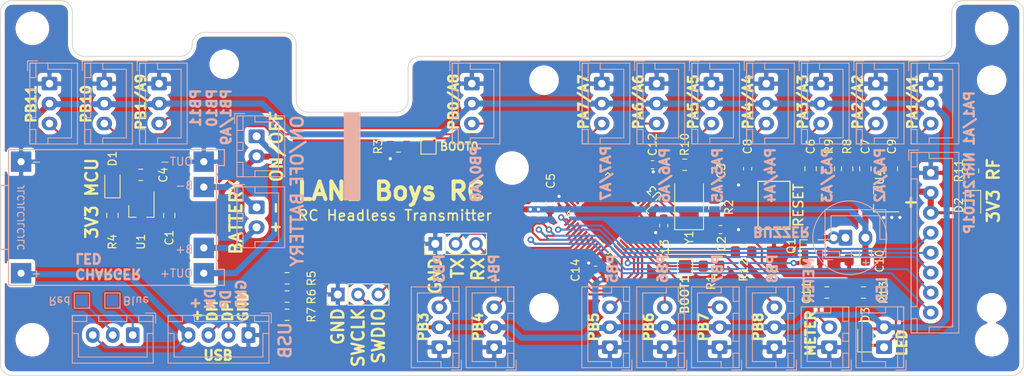
<source format=kicad_pcb>
(kicad_pcb (version 20171130) (host pcbnew 5.1.5-52549c5~84~ubuntu18.04.1)
  (layers (0 F.Cu signal) (31 B.Cu signal hide) (34 B.Paste user) (35 F.Paste user hide) (36 B.SilkS user hide) (37 F.SilkS user) (38 B.Mask user hide) (39 F.Mask user hide) (44 Edge.Cuts user))
  (net 0 "")
  (net 1 GND)
  (net 2 VDD)
  (net 3 /OSCIN)
  (net 4 /OSCOUT)
  (net 5 +3V3)
  (net 6 /ADC0)
  (net 7 /NRST)
  (net 8 "Net-(C11-Pad1)")
  (net 9 "Net-(D1-Pad1)")
  (net 10 "Net-(D2-Pad1)")
  (net 11 "Net-(D3-Pad1)")
  (net 12 /PA1-ADC1)
  (net 13 /PA2-ADC2)
  (net 14 /PA3-ADC3)
  (net 15 /PA4-ADC4)
  (net 16 /PA5-ADC5)
  (net 17 /PA6-ADC6)
  (net 18 /PA7-ADC7)
  (net 19 /PB0-ADC8)
  (net 20 /PB1-ADC9)
  (net 21 /PB3)
  (net 22 /PB4)
  (net 23 /PB5)
  (net 24 /PB6)
  (net 25 /PB7)
  (net 26 /PB8)
  (net 27 /PB10)
  (net 28 /PB11)
  (net 29 /+USB)
  (net 30 "Net-(J18-Pad2)")
  (net 31 "Net-(J18-Pad1)")
  (net 32 "Net-(J19-Pad2)")
  (net 33 "Net-(J19-Pad1)")
  (net 34 "Net-(J22-Pad1)")
  (net 35 "Net-(J23-Pad3)")
  (net 36 "Net-(J23-Pad2)")
  (net 37 /RX)
  (net 38 /TX)
  (net 39 /SWDIO)
  (net 40 /SWDCLK)
  (net 41 "Net-(J26-Pad1)")
  (net 42 /SCK)
  (net 43 /MISO)
  (net 44 /IRQ)
  (net 45 /MOSI)
  (net 46 /CSN)
  (net 47 /BUZZER)
  (net 48 /BOOT0)
  (net 49 /BOOT1)
  (net 50 /USBDM)
  (net 51 /USBDP)
  (net 52 /METER)
  (net 53 /LED)
  (net 54 "Net-(U3-Pad4)")
  (net 55 "Net-(U3-Pad3)")
  (net 56 /3V3_RF)
  (module WLA:LiPo_charger_and_protection (layer B.Cu) (at 85.014 80.188)
    (fp_text reference U2 hide)
    (fp_text value LIPO_CHARGER_+_PROTECTION hide)
    (fp_text user B+ (at 9 4) (layer B.SilkS) (effects (justify mirror)))
    (fp_text user B- (at 9 -4) (layer B.SilkS) (effects (justify mirror)))
    (fp_text user OUT+ (at 8 7) (layer B.SilkS) (effects (justify mirror)))
    (fp_text user OUT- (at 8 -7) (layer B.SilkS) (effects (justify mirror)))
    (fp_text user + (at -9.5 7) (layer B.SilkS) (effects (justify mirror)))
    (fp_text user - (at -9.5 -7) (layer B.SilkS) (effects (justify mirror)))
    (pad 6 thru_hole rect (at -11.43 -6.985) (size 2.54 2.54) (drill 0.9) (layers *.Cu *.Mask) (net 1 GND))
    (pad 5 thru_hole rect (at -11.43 6.985) (size 2.54 2.54) (drill 0.9) (layers *.Cu *.Mask) (net 29 /+USB))
    (pad 2 thru_hole rect (at 11.43 -3.81) (size 2.54 2.54) (drill 0.9) (layers *.Cu *.Mask) (net 33 "Net-(J19-Pad1)"))
    (pad 4 thru_hole rect (at 11.43 -6.985) (size 2.54 2.54) (drill 0.9) (layers *.Cu *.Mask) (net 1 GND))
    (pad 1 thru_hole rect (at 11.43 3.81) (size 2.54 2.54) (drill 0.9) (layers *.Cu *.Mask) (net 32 "Net-(J19-Pad2)"))
    (pad 3 thru_hole rect (at 11.43 6.985) (size 2.54 2.54) (drill 0.9) (layers *.Cu *.Mask) (net 34 "Net-(J22-Pad1)"))
  )
  (module MountingHole:MountingHole_2.7mm_M2.5_DIN965 (layer F.Cu) (at 195 91.5)
    (fp_text reference H7 hide)
    (fp_text value MountingHole hide)
    (pad 1 np_thru_hole circle (at 0 0) (size 2.7 2.7) (drill 2.7) (layers *.Cu *.Mask))
  )
  (module Buzzer_Beeper:MagneticBuzzer_PUI_AT-0927-TT-6-R (layer B.Cu) (at 179.248 82.728 180)
    (fp_text reference SP1 hide)
    (fp_text value SPEAKER hide)
    (fp_text user + (at 0 -3.048 180) (layer B.SilkS) (effects (justify mirror)))
    (pad 2 thru_hole circle (at 4 0 180) (size 1.6 1.6) (drill 0.9) (layers *.Cu *.Mask) (net 41 "Net-(J26-Pad1)"))
  )
  (module Connector_JST:JST_XH_B3B-XH-A_1x03_P2.50mm_Vertical (layer B.Cu) (at 129.972 63.424 270)
    (fp_text reference J8 hide)
    (fp_text value PB0/A8)
    (pad 3 thru_hole oval (at 5 0 270) (size 1.7 1.95) (drill 0.95) (layers *.Cu *.Mask) (net 19 /PB0-ADC8))
    (pad 2 thru_hole oval (at 2.5 0 270) (size 1.7 1.95) (drill 0.95) (layers *.Cu *.Mask) (net 5 +3V3))
    (pad 1 thru_hole roundrect (at 0 0 270) (size 1.7 1.95) (drill 0.95) (layers *.Cu *.Mask) (roundrect_rratio 0.147059) (net 1 GND))
  )
  (module MountingHole:MountingHole_2.7mm_M2.5_DIN965 (layer F.Cu) (at 99 61)
    (fp_text reference H8 hide)
    (fp_text value MountingHole hide)
    (pad 1 np_thru_hole circle (at 0 0) (size 2.7 2.7) (drill 2.7) (layers *.Cu *.Mask))
  )
  (module MountingHole:MountingHole_2.7mm_M2.5_DIN965 (layer F.Cu) (at 195 63)
    (fp_text reference H6 hide)
    (fp_text value MountingHole hide)
    (pad 1 np_thru_hole circle (at 0 0) (size 2.7 2.7) (drill 2.7) (layers *.Cu *.Mask))
  )
  (module MountingHole:MountingHole_2.7mm_M2.5_DIN965 (layer F.Cu) (at 139 63)
    (fp_text reference H5 hide)
    (fp_text value MountingHole hide)
    (pad 1 np_thru_hole circle (at 0 0) (size 2.7 2.7) (drill 2.7) (layers *.Cu *.Mask))
  )
  (module MountingHole:MountingHole_2.7mm_M2.5_DIN965 (layer F.Cu) (at 139 91.5)
    (fp_text reference H4 hide)
    (fp_text value MountingHole hide)
    (pad 1 np_thru_hole circle (at 0 0) (size 2.7 2.7) (drill 2.7) (layers *.Cu *.Mask))
  )
  (module MountingHole:MountingHole_3.2mm_M3_DIN965 (layer F.Cu) (at 75 56.5)
    (fp_text reference H10 hide)
    (fp_text value MountingHole hide)
    (pad 1 np_thru_hole circle (at 0 0) (size 3.2 3.2) (drill 3.2) (layers *.Cu *.Mask))
  )
  (module MountingHole:MountingHole_3.2mm_M3_DIN965 (layer F.Cu) (at 75 95.5)
    (fp_text reference H9 hide)
    (fp_text value MountingHole hide)
    (pad 1 np_thru_hole circle (at 0 0) (size 3.2 3.2) (drill 3.2) (layers *.Cu *.Mask))
  )
  (module Capacitor_SMD:C_0805_2012Metric_Pad1.15x1.40mm_HandSolder (layer F.Cu) (at 179.204 74.092 90)
    (fp_text reference C7 (at 2.794 0 90) (layer F.SilkS))
    (fp_text value 1u)
    (pad 2 smd roundrect (at 1.025 0 90) (size 1.15 1.4) (layers F.Cu F.Paste F.Mask) (roundrect_rratio 0.217391) (net 1 GND))
    (pad 1 smd roundrect (at -1.025 0 90) (size 1.15 1.4) (layers F.Cu F.Paste F.Mask) (roundrect_rratio 0.217391) (net 2 VDD))
  )
  (module Package_TO_SOT_SMD:SOT-23_Handsoldering (layer F.Cu) (at 180.982 77.902 180)
    (fp_text reference U4 (at 0 2.794 270) (layer F.SilkS))
    (fp_text value MCP1703A-3302)
    (pad 3 smd rect (at 1.5 0 180) (size 1.9 0.8) (layers F.Cu F.Paste F.Mask) (net 2 VDD))
    (pad 2 smd rect (at -1.5 0.95 180) (size 1.9 0.8) (layers F.Cu F.Paste F.Mask) (net 56 /3V3_RF))
    (pad 1 smd rect (at -1.5 -0.95 180) (size 1.9 0.8) (layers F.Cu F.Paste F.Mask) (net 1 GND))
  )
  (module Connector_JST:JST_XH_B3B-XH-A_1x03_P2.50mm_Vertical (layer B.Cu) (at 77.14 63.424 270)
    (fp_text reference J17 hide)
    (fp_text value PB11)
    (pad 3 thru_hole oval (at 5 0 270) (size 1.7 1.95) (drill 0.95) (layers *.Cu *.Mask) (net 28 /PB11))
    (pad 2 thru_hole oval (at 2.5 0 270) (size 1.7 1.95) (drill 0.95) (layers *.Cu *.Mask) (net 5 +3V3))
    (pad 1 thru_hole roundrect (at 0 0 270) (size 1.7 1.95) (drill 0.95) (layers *.Cu *.Mask) (roundrect_rratio 0.147059) (net 1 GND))
  )
  (module Connector_JST:JST_XH_B3B-XH-A_1x03_P2.50mm_Vertical (layer B.Cu) (at 153.086 63.424 270)
    (fp_text reference J6 hide)
    (fp_text value PA6/A6)
    (pad 3 thru_hole oval (at 5 0 270) (size 1.7 1.95) (drill 0.95) (layers *.Cu *.Mask) (net 17 /PA6-ADC6))
    (pad 2 thru_hole oval (at 2.5 0 270) (size 1.7 1.95) (drill 0.95) (layers *.Cu *.Mask) (net 5 +3V3))
    (pad 1 thru_hole roundrect (at 0 0 270) (size 1.7 1.95) (drill 0.95) (layers *.Cu *.Mask) (roundrect_rratio 0.147059) (net 1 GND))
  )
  (module Capacitor_SMD:C_0603_1608Metric_Pad1.05x0.95mm_HandSolder (layer F.Cu) (at 145.466 86.792 180)
    (fp_text reference C14 (at 2.54 0 90) (layer F.SilkS))
    (fp_text value 100n)
    (pad 2 smd roundrect (at 0.875 0 180) (size 1.05 0.95) (layers F.Cu F.Paste F.Mask) (net 1 GND))
    (pad 1 smd roundrect (at -0.875 0 180) (size 1.05 0.95) (layers F.Cu F.Paste F.Mask) (net 5 +3V3))
  )
  (module Crystal:Crystal_SMD_5032-2Pin_5.0x3.2mm (layer F.Cu) (at 157.15 78.664 90)
    (fp_text reference Y1 (at -4.064 0 90) (layer F.SilkS))
    (fp_text value 8MHz)
    (pad 2 smd rect (at 1.85 0 90) (size 2 2.4) (layers F.Cu F.Paste F.Mask) (net 4 /OSCOUT))
    (pad 1 smd rect (at -1.85 0 90) (size 2 2.4) (layers F.Cu F.Paste F.Mask) (net 3 /OSCIN))
  )
  (module Connector_JST:JST_XH_B8B-XH-A_1x08_P2.50mm_Vertical (layer B.Cu) (at 187.376 74.6 270)
    (fp_text reference J27 hide)
    (fp_text value "NRF24 connector")
    (pad 8 thru_hole oval (at 17.5 0 270) (size 1.7 1.95) (drill 0.95) (layers *.Cu *.Mask) (net 44 /IRQ))
    (pad 7 thru_hole oval (at 15 0 270) (size 1.7 1.95) (drill 0.95) (layers *.Cu *.Mask) (net 43 /MISO))
    (pad 6 thru_hole oval (at 12.5 0 270) (size 1.7 1.95) (drill 0.95) (layers *.Cu *.Mask) (net 45 /MOSI))
    (pad 5 thru_hole oval (at 10 0 270) (size 1.7 1.95) (drill 0.95) (layers *.Cu *.Mask) (net 42 /SCK))
    (pad 4 thru_hole oval (at 7.5 0 270) (size 1.7 1.95) (drill 0.95) (layers *.Cu *.Mask) (net 46 /CSN))
    (pad 3 thru_hole oval (at 5 0 270) (size 1.7 1.95) (drill 0.95) (layers *.Cu *.Mask) (net 56 /3V3_RF))
    (pad 2 thru_hole oval (at 2.5 0 270) (size 1.7 1.95) (drill 0.95) (layers *.Cu *.Mask) (net 56 /3V3_RF))
    (pad 1 thru_hole roundrect (at 0 0 270) (size 1.7 1.95) (drill 0.95) (layers *.Cu *.Mask) (roundrect_rratio 0.147059) (net 1 GND))
  )
  (module Capacitor_SMD:C_0603_1608Metric_Pad1.05x0.95mm_HandSolder (layer F.Cu) (at 153.975 81.204 270)
    (fp_text reference C13 (at 3.1496 -0.1016 90) (layer F.SilkS))
    (fp_text value 100n)
    (pad 2 smd roundrect (at 0.875 0 270) (size 1.05 0.95) (layers F.Cu F.Paste F.Mask) (net 1 GND))
    (pad 1 smd roundrect (at -0.875 0 270) (size 1.05 0.95) (layers F.Cu F.Paste F.Mask) (net 5 +3V3))
  )
  (module Capacitor_SMD:C_0603_1608Metric_Pad1.05x0.95mm_HandSolder (layer F.Cu) (at 152.578 73.584)
    (fp_text reference C12 (at 0 -2.54 90) (layer F.SilkS))
    (fp_text value 100n)
    (pad 2 smd roundrect (at 0.875 0) (size 1.05 0.95) (layers F.Cu F.Paste F.Mask) (net 1 GND))
    (pad 1 smd roundrect (at -0.875 0) (size 1.05 0.95) (layers F.Cu F.Paste F.Mask) (net 5 +3V3))
  )
  (module Connector_PinHeader_2.54mm:PinHeader_1x03_P2.54mm_Vertical (layer F.Cu) (at 113.208 89.84 90)
    (fp_text reference J25 hide)
    (fp_text value SWD)
    (pad 3 thru_hole oval (at 0 5.08 90) (size 1.7 1.7) (drill 1) (layers *.Cu *.Mask) (net 39 /SWDIO))
    (pad 2 thru_hole oval (at 0 2.54 90) (size 1.7 1.7) (drill 1) (layers *.Cu *.Mask) (net 40 /SWDCLK))
    (pad 1 thru_hole rect (at 0 0 90) (size 1.7 1.7) (drill 1) (layers *.Cu *.Mask) (net 1 GND))
  )
  (module MountingHole:MountingHole_3.2mm_M3_DIN965 (layer F.Cu) (at 135 74)
    (fp_text reference H3 hide)
    (fp_text value MountingHole hide)
    (pad 1 np_thru_hole circle (at 0 0) (size 3.2 3.2) (drill 3.2) (layers *.Cu *.Mask))
  )
  (module Package_TO_SOT_SMD:SOT-23_Handsoldering (layer F.Cu) (at 88.636 79.402 270)
    (fp_text reference U1 (at 3.834 0.066 270) (layer F.SilkS))
    (fp_text value MCP1703A-3302)
    (pad 3 smd rect (at 1.5 0 270) (size 1.9 0.8) (layers F.Cu F.Paste F.Mask) (net 2 VDD))
    (pad 2 smd rect (at -1.5 0.95 270) (size 1.9 0.8) (layers F.Cu F.Paste F.Mask) (net 5 +3V3))
    (pad 1 smd rect (at -1.5 -0.95 270) (size 1.9 0.8) (layers F.Cu F.Paste F.Mask) (net 1 GND))
  )
  (module Package_TO_SOT_SMD:SOT-23_Handsoldering (layer F.Cu) (at 172.6 83.744 90)
    (fp_text reference Q1 (at 0 -2.667 270) (layer F.SilkS))
    (fp_text value PMV30UN)
    (pad 3 smd rect (at 1.5 0 90) (size 1.9 0.8) (layers F.Cu F.Paste F.Mask) (net 41 "Net-(J26-Pad1)"))
    (pad 2 smd rect (at -1.5 0.95 90) (size 1.9 0.8) (layers F.Cu F.Paste F.Mask) (net 1 GND))
    (pad 1 smd rect (at -1.5 -0.95 90) (size 1.9 0.8) (layers F.Cu F.Paste F.Mask) (net 47 /BUZZER))
  )
  (module Resistor_SMD:R_0805_2012Metric_Pad1.15x1.40mm_HandSolder (layer F.Cu) (at 192.666 74.346 90)
    (fp_text reference R11 (at 0 -1.778 90) (layer F.SilkS))
    (fp_text value 1k5)
    (pad 2 smd roundrect (at 1.025 0 90) (size 1.15 1.4) (layers F.Cu F.Paste F.Mask) (roundrect_rratio 0.217391) (net 1 GND))
    (pad 1 smd roundrect (at -1.025 0 90) (size 1.15 1.4) (layers F.Cu F.Paste F.Mask) (roundrect_rratio 0.217391) (net 10 "Net-(D2-Pad1)"))
  )
  (module Resistor_SMD:R_0805_2012Metric_Pad1.15x1.40mm_HandSolder (layer F.Cu) (at 85.014 79.934 270)
    (fp_text reference R4 (at 3.302 0 270) (layer F.SilkS))
    (fp_text value 1k5)
    (pad 2 smd roundrect (at 1.025 0 270) (size 1.15 1.4) (layers F.Cu F.Paste F.Mask) (roundrect_rratio 0.217391) (net 1 GND))
    (pad 1 smd roundrect (at -1.025 0 270) (size 1.15 1.4) (layers F.Cu F.Paste F.Mask) (roundrect_rratio 0.217391) (net 9 "Net-(D1-Pad1)"))
  )
  (module Package_QFP:LQFP-48_7x7mm_P0.5mm (layer F.Cu) (at 146.99 79.68 225)
    (fp_text reference U3 (at -5.926969 -2.334867 135 unlocked) (layer F.SilkS))
    (fp_text value STM32F103CBT6)
    (pad 48 smd roundrect (at -2.75 -4.1625 225) (size 0.3 1.475) (layers F.Cu F.Paste F.Mask) (net 5 +3V3))
    (pad 47 smd roundrect (at -2.25 -4.1625 225) (size 0.3 1.475) (layers F.Cu F.Paste F.Mask) (net 1 GND))
    (pad 46 smd roundrect (at -1.75 -4.1625 225) (size 0.3 1.475) (layers F.Cu F.Paste F.Mask) (net 52 /METER))
    (pad 45 smd roundrect (at -1.25 -4.1625 225) (size 0.3 1.475) (layers F.Cu F.Paste F.Mask) (net 26 /PB8))
    (pad 44 smd roundrect (at -0.75 -4.1625 225) (size 0.3 1.475) (layers F.Cu F.Paste F.Mask) (net 48 /BOOT0))
    (pad 43 smd roundrect (at -0.25 -4.1625 225) (size 0.3 1.475) (layers F.Cu F.Paste F.Mask) (net 25 /PB7))
    (pad 42 smd roundrect (at 0.25 -4.1625 225) (size 0.3 1.475) (layers F.Cu F.Paste F.Mask) (net 24 /PB6))
    (pad 41 smd roundrect (at 0.75 -4.1625 225) (size 0.3 1.475) (layers F.Cu F.Paste F.Mask) (net 23 /PB5))
    (pad 40 smd roundrect (at 1.25 -4.1625 225) (size 0.3 1.475) (layers F.Cu F.Paste F.Mask) (net 22 /PB4))
    (pad 39 smd roundrect (at 1.75 -4.1625 225) (size 0.3 1.475) (layers F.Cu F.Paste F.Mask) (net 21 /PB3))
    (pad 38 smd roundrect (at 2.25 -4.1625 225) (size 0.3 1.475) (layers F.Cu F.Paste F.Mask) (net 47 /BUZZER))
    (pad 37 smd roundrect (at 2.75 -4.1625 225) (size 0.3 1.475) (layers F.Cu F.Paste F.Mask) (net 40 /SWDCLK))
    (pad 36 smd roundrect (at 4.1625 -2.75 225) (size 1.475 0.3) (layers F.Cu F.Paste F.Mask) (net 5 +3V3))
    (pad 35 smd roundrect (at 4.1625 -2.25 225) (size 1.475 0.3) (layers F.Cu F.Paste F.Mask) (net 1 GND))
    (pad 34 smd roundrect (at 4.1625 -1.75 225) (size 1.475 0.3) (layers F.Cu F.Paste F.Mask) (net 39 /SWDIO))
    (pad 33 smd roundrect (at 4.1625 -1.25 225) (size 1.475 0.3) (layers F.Cu F.Paste F.Mask) (net 51 /USBDP))
    (pad 32 smd roundrect (at 4.1625 -0.75 225) (size 1.475 0.3) (layers F.Cu F.Paste F.Mask) (net 50 /USBDM))
    (pad 31 smd roundrect (at 4.1625 -0.25 225) (size 1.475 0.3) (layers F.Cu F.Paste F.Mask) (net 37 /RX))
    (pad 30 smd roundrect (at 4.1625 0.25 225) (size 1.475 0.3) (layers F.Cu F.Paste F.Mask) (net 38 /TX))
    (pad 29 smd roundrect (at 4.1625 0.75 225) (size 1.475 0.3) (layers F.Cu F.Paste F.Mask) (net 44 /IRQ))
    (pad 28 smd roundrect (at 4.1625 1.25 225) (size 1.475 0.3) (layers F.Cu F.Paste F.Mask) (net 45 /MOSI))
    (pad 27 smd roundrect (at 4.1625 1.75 225) (size 1.475 0.3) (layers F.Cu F.Paste F.Mask) (net 43 /MISO))
    (pad 26 smd roundrect (at 4.1625 2.25 225) (size 1.475 0.3) (layers F.Cu F.Paste F.Mask) (net 42 /SCK))
    (pad 25 smd roundrect (at 4.1625 2.75 225) (size 1.475 0.3) (layers F.Cu F.Paste F.Mask) (net 46 /CSN))
    (pad 24 smd roundrect (at 2.75 4.1625 225) (size 0.3 1.475) (layers F.Cu F.Paste F.Mask) (net 5 +3V3))
    (pad 23 smd roundrect (at 2.25 4.1625 225) (size 0.3 1.475) (layers F.Cu F.Paste F.Mask) (net 1 GND))
    (pad 22 smd roundrect (at 1.75 4.1625 225) (size 0.3 1.475) (layers F.Cu F.Paste F.Mask) (net 28 /PB11))
    (pad 21 smd roundrect (at 1.25 4.1625 225) (size 0.3 1.475) (layers F.Cu F.Paste F.Mask) (net 27 /PB10))
    (pad 20 smd roundrect (at 0.75 4.1625 225) (size 0.3 1.475) (layers F.Cu F.Paste F.Mask) (net 49 /BOOT1))
    (pad 19 smd roundrect (at 0.25 4.1625 225) (size 0.3 1.475) (layers F.Cu F.Paste F.Mask) (net 20 /PB1-ADC9))
    (pad 18 smd roundrect (at -0.25 4.1625 225) (size 0.3 1.475) (layers F.Cu F.Paste F.Mask) (net 19 /PB0-ADC8))
    (pad 17 smd roundrect (at -0.75 4.1625 225) (size 0.3 1.475) (layers F.Cu F.Paste F.Mask) (net 18 /PA7-ADC7))
    (pad 16 smd roundrect (at -1.25 4.1625 225) (size 0.3 1.475) (layers F.Cu F.Paste F.Mask) (net 17 /PA6-ADC6))
    (pad 15 smd roundrect (at -1.75 4.1625 225) (size 0.3 1.475) (layers F.Cu F.Paste F.Mask) (net 16 /PA5-ADC5))
    (pad 14 smd roundrect (at -2.25 4.1625 225) (size 0.3 1.475) (layers F.Cu F.Paste F.Mask) (net 15 /PA4-ADC4))
    (pad 13 smd roundrect (at -2.75 4.1625 225) (size 0.3 1.475) (layers F.Cu F.Paste F.Mask) (net 14 /PA3-ADC3))
    (pad 12 smd roundrect (at -4.1625 2.75 225) (size 1.475 0.3) (layers F.Cu F.Paste F.Mask) (net 13 /PA2-ADC2))
    (pad 11 smd roundrect (at -4.1625 2.25 225) (size 1.475 0.3) (layers F.Cu F.Paste F.Mask) (net 12 /PA1-ADC1))
    (pad 10 smd roundrect (at -4.1625 1.75 225) (size 1.475 0.3) (layers F.Cu F.Paste F.Mask) (net 6 /ADC0))
    (pad 9 smd roundrect (at -4.1625 1.25 225) (size 1.475 0.3) (layers F.Cu F.Paste F.Mask) (net 5 +3V3))
    (pad 8 smd roundrect (at -4.1625 0.75 225) (size 1.475 0.3) (layers F.Cu F.Paste F.Mask) (net 1 GND))
    (pad 7 smd roundrect (at -4.1625 0.25 225) (size 1.475 0.3) (layers F.Cu F.Paste F.Mask) (net 7 /NRST))
    (pad 6 smd roundrect (at -4.1625 -0.25 225) (size 1.475 0.3) (layers F.Cu F.Paste F.Mask) (net 4 /OSCOUT))
    (pad 5 smd roundrect (at -4.1625 -0.75 225) (size 1.475 0.3) (layers F.Cu F.Paste F.Mask) (net 3 /OSCIN))
    (pad 4 smd roundrect (at -4.1625 -1.25 225) (size 1.475 0.3) (layers F.Cu F.Paste F.Mask) (net 54 "Net-(U3-Pad4)"))
    (pad 3 smd roundrect (at -4.1625 -1.75 225) (size 1.475 0.3) (layers F.Cu F.Paste F.Mask) (net 55 "Net-(U3-Pad3)"))
    (pad 2 smd roundrect (at -4.1625 -2.25 225) (size 1.475 0.3) (layers F.Cu F.Paste F.Mask) (net 53 /LED))
    (pad 1 smd roundrect (at -4.1625 -2.75 225) (size 1.475 0.3) (layers F.Cu F.Paste F.Mask) (net 5 +3V3))
  )
  (module TestPoint:TestPoint_Pad_1.5x1.5mm (layer F.Cu) (at 124.55 71.298 270)
    (fp_text reference TP2 hide)
    (fp_text value BOOT1)
    (pad 1 smd rect (at 0 0 270) (size 1.5 1.5) (layers F.Cu F.Mask) (net 49 /BOOT1))
  )
  (module TestPoint:TestPoint_Pad_1.5x1.5mm (layer F.Cu) (at 156.642 86.284)
    (fp_text reference TP1 hide)
    (fp_text value BOOT0)
    (pad 1 smd rect (at 0 0) (size 1.5 1.5) (layers F.Cu F.Mask) (net 48 /BOOT0))
  )
  (module "tact-switch:Tact switch 6x4x3" (layer F.Cu) (at 167.774 78.664 90)
    (fp_text reference SW1 hide)
    (fp_text value RESET)
    (pad 2 smd rect (at 3.9 0 90) (size 1.5 1.5) (layers F.Cu F.Paste F.Mask) (net 7 /NRST))
    (pad 1 smd rect (at -3.9 0 90) (size 1.5 1.5) (layers F.Cu F.Paste F.Mask) (net 1 GND))
  )
  (module Resistor_SMD:R_0805_2012Metric_Pad1.15x1.40mm_HandSolder (layer F.Cu) (at 178.95 89.586 180)
    (fp_text reference R13 (at -2.54 0 90) (layer F.SilkS))
    (fp_text value 1k)
    (pad 2 smd roundrect (at 1.025 0 180) (size 1.15 1.4) (layers F.Cu F.Paste F.Mask) (roundrect_rratio 0.217391) (net 53 /LED))
    (pad 1 smd roundrect (at -1.025 0 180) (size 1.15 1.4) (layers F.Cu F.Paste F.Mask) (roundrect_rratio 0.217391) (net 11 "Net-(D3-Pad1)"))
  )
  (module Resistor_SMD:R_0805_2012Metric_Pad1.15x1.40mm_HandSolder (layer F.Cu) (at 163.964 84.506)
    (fp_text reference R12 (at 0 2.286 90) (layer F.SilkS))
    (fp_text value 3k9)
    (pad 2 smd roundrect (at 1.025 0) (size 1.15 1.4) (layers F.Cu F.Paste F.Mask) (roundrect_rratio 0.217391) (net 8 "Net-(C11-Pad1)"))
    (pad 1 smd roundrect (at -1.025 0) (size 1.15 1.4) (layers F.Cu F.Paste F.Mask) (roundrect_rratio 0.217391) (net 52 /METER))
  )
  (module Resistor_SMD:R_0805_2012Metric_Pad1.15x1.40mm_HandSolder (layer F.Cu) (at 156.598 73.584)
    (fp_text reference R10 (at 0 -2.54 90) (layer F.SilkS))
    (fp_text value 10k)
    (pad 2 smd roundrect (at 1.025 0) (size 1.15 1.4) (layers F.Cu F.Paste F.Mask) (roundrect_rratio 0.217391) (net 7 /NRST))
    (pad 1 smd roundrect (at -1.025 0) (size 1.15 1.4) (layers F.Cu F.Paste F.Mask) (roundrect_rratio 0.217391) (net 5 +3V3))
  )
  (module Resistor_SMD:R_0805_2012Metric_Pad1.15x1.40mm_HandSolder (layer F.Cu) (at 174.632 74.092 270)
    (fp_text reference R9 (at -2.794 0 90) (layer F.SilkS))
    (fp_text value 33k)
    (pad 2 smd roundrect (at 1.025 0 270) (size 1.15 1.4) (layers F.Cu F.Paste F.Mask) (roundrect_rratio 0.217391) (net 1 GND))
    (pad 1 smd roundrect (at -1.025 0 270) (size 1.15 1.4) (layers F.Cu F.Paste F.Mask) (roundrect_rratio 0.217391) (net 6 /ADC0))
  )
  (module Resistor_SMD:R_0805_2012Metric_Pad1.15x1.40mm_HandSolder (layer F.Cu) (at 176.918 74.092 90)
    (fp_text reference R8 (at 2.794 0 90) (layer F.SilkS))
    (fp_text value 22k)
    (pad 2 smd roundrect (at 1.025 0 90) (size 1.15 1.4) (layers F.Cu F.Paste F.Mask) (roundrect_rratio 0.217391) (net 6 /ADC0))
    (pad 1 smd roundrect (at -1.025 0 90) (size 1.15 1.4) (layers F.Cu F.Paste F.Mask) (roundrect_rratio 0.217391) (net 2 VDD))
  )
  (module Resistor_SMD:R_0805_2012Metric_Pad1.15x1.40mm_HandSolder (layer F.Cu) (at 106.858 92.38)
    (fp_text reference R7 (at 3.048 0 90) (layer F.SilkS))
    (fp_text value 1K5)
    (pad 2 smd roundrect (at 1.025 0) (size 1.15 1.4) (layers F.Cu F.Paste F.Mask) (roundrect_rratio 0.217391) (net 51 /USBDP))
    (pad 1 smd roundrect (at -1.025 0) (size 1.15 1.4) (layers F.Cu F.Paste F.Mask) (roundrect_rratio 0.217391) (net 5 +3V3))
  )
  (module Resistor_SMD:R_0805_2012Metric_Pad1.15x1.40mm_HandSolder (layer F.Cu) (at 106.858 90.094 180)
    (fp_text reference R6 (at -3.048 0 90) (layer F.SilkS))
    (fp_text value 18)
    (pad 2 smd roundrect (at 1.025 0 180) (size 1.15 1.4) (layers F.Cu F.Paste F.Mask) (roundrect_rratio 0.217391) (net 36 "Net-(J23-Pad2)"))
    (pad 1 smd roundrect (at -1.025 0 180) (size 1.15 1.4) (layers F.Cu F.Paste F.Mask) (roundrect_rratio 0.217391) (net 51 /USBDP))
  )
  (module Resistor_SMD:R_0805_2012Metric_Pad1.15x1.40mm_HandSolder (layer F.Cu) (at 106.858 87.808 180)
    (fp_text reference R5 (at -3.048 0 90) (layer F.SilkS))
    (fp_text value 18)
    (pad 2 smd roundrect (at 1.025 0 180) (size 1.15 1.4) (layers F.Cu F.Paste F.Mask) (roundrect_rratio 0.217391) (net 35 "Net-(J23-Pad3)"))
    (pad 1 smd roundrect (at -1.025 0 180) (size 1.15 1.4) (layers F.Cu F.Paste F.Mask) (roundrect_rratio 0.217391) (net 50 /USBDM))
  )
  (module Resistor_SMD:R_0805_2012Metric_Pad1.15x1.40mm_HandSolder (layer F.Cu) (at 120.784 71.298 180)
    (fp_text reference R3 (at 2.54 0 90) (layer F.SilkS))
    (fp_text value 100k)
    (pad 1 smd roundrect (at -1.025 0 180) (size 1.15 1.4) (layers F.Cu F.Paste F.Mask) (roundrect_rratio 0.217391) (net 49 /BOOT1))
    (pad 2 smd roundrect (at 1.025 0 180) (size 1.15 1.4) (layers F.Cu F.Paste F.Mask) (roundrect_rratio 0.217391) (net 1 GND))
  )
  (module Resistor_SMD:R_0805_2012Metric_Pad1.15x1.40mm_HandSolder (layer F.Cu) (at 160.325 78.909 90)
    (fp_text reference R2 (at -0.009 1.812 90) (layer F.SilkS))
    (fp_text value 10M)
    (pad 2 smd roundrect (at 1.025 0 90) (size 1.15 1.4) (layers F.Cu F.Paste F.Mask) (roundrect_rratio 0.217391) (net 4 /OSCOUT))
    (pad 1 smd roundrect (at -1.025 0 90) (size 1.15 1.4) (layers F.Cu F.Paste F.Mask) (roundrect_rratio 0.217391) (net 3 /OSCIN))
  )
  (module Resistor_SMD:R_0805_2012Metric_Pad1.15x1.40mm_HandSolder (layer F.Cu) (at 159.944 86.284)
    (fp_text reference R1 (at -0.044 2.032 90) (layer F.SilkS))
    (fp_text value 100k)
    (pad 2 smd roundrect (at 1.025 0) (size 1.15 1.4) (layers F.Cu F.Paste F.Mask) (roundrect_rratio 0.217391) (net 1 GND))
    (pad 1 smd roundrect (at -1.025 0) (size 1.15 1.4) (layers F.Cu F.Paste F.Mask) (roundrect_rratio 0.217391) (net 48 /BOOT0))
  )
  (module Connector_JST:JST_XH_B2B-XH-A_1x02_P2.50mm_Vertical (layer B.Cu) (at 181.534 96.444 90)
    (fp_text reference J30 hide)
    (fp_text value LED)
    (pad 2 thru_hole oval (at 2.5 0 90) (size 1.7 2) (drill 1) (layers *.Cu *.Mask) (net 5 +3V3))
    (pad 1 thru_hole roundrect (at 0 0 90) (size 1.7 2) (drill 1) (layers *.Cu *.Mask) (roundrect_rratio 0.147059) (net 11 "Net-(D3-Pad1)"))
  )
  (module Connector_JST:JST_XH_B2B-XH-A_1x02_P2.50mm_Vertical (layer B.Cu) (at 174.676 96.444 90)
    (fp_text reference J29 hide)
    (fp_text value Meter)
    (pad 2 thru_hole oval (at 2.5 0 90) (size 1.7 2) (drill 1) (layers *.Cu *.Mask) (net 8 "Net-(C11-Pad1)"))
    (pad 1 thru_hole roundrect (at 0 0 90) (size 1.7 2) (drill 1) (layers *.Cu *.Mask) (roundrect_rratio 0.147059) (net 1 GND))
  )
  (module Connector_JST:JST_XH_B2B-XH-A_1x02_P2.50mm_Vertical (layer B.Cu) (at 176.708 82.728)
    (fp_text reference J26 hide)
    (fp_text value Buzzer)
    (pad 2 thru_hole oval (at 2.5 0) (size 1.7 2) (drill 1) (layers *.Cu *.Mask) (net 2 VDD))
    (pad 1 thru_hole roundrect (at 0 0) (size 1.7 2) (drill 1) (layers *.Cu *.Mask) (roundrect_rratio 0.147059) (net 41 "Net-(J26-Pad1)"))
  )
  (module Connector_PinHeader_2.54mm:PinHeader_1x03_P2.54mm_Vertical (layer F.Cu) (at 125.4 83.49 90)
    (fp_text reference J24 hide)
    (fp_text value UART)
    (pad 3 thru_hole oval (at 0 5.08 90) (size 1.7 1.7) (drill 1) (layers *.Cu *.Mask) (net 37 /RX))
    (pad 2 thru_hole oval (at 0 2.54 90) (size 1.7 1.7) (drill 1) (layers *.Cu *.Mask) (net 38 /TX))
    (pad 1 thru_hole rect (at 0 0 90) (size 1.7 1.7) (drill 1) (layers *.Cu *.Mask) (net 1 GND))
  )
  (module Connector_JST:JST_XH_B4B-XH-A_1x04_P2.50mm_Vertical (layer B.Cu) (at 102.032 94.92 180)
    (fp_text reference J23 hide)
    (fp_text value USB)
    (pad 4 thru_hole oval (at 7.5 0 180) (size 1.7 1.95) (drill 0.95) (layers *.Cu *.Mask) (net 29 /+USB))
    (pad 3 thru_hole oval (at 5 0 180) (size 1.7 1.95) (drill 0.95) (layers *.Cu *.Mask) (net 35 "Net-(J23-Pad3)"))
    (pad 2 thru_hole oval (at 2.5 0 180) (size 1.7 1.95) (drill 0.95) (layers *.Cu *.Mask) (net 36 "Net-(J23-Pad2)"))
    (pad 1 thru_hole roundrect (at 0 0 180) (size 1.7 1.95) (drill 0.95) (layers *.Cu *.Mask) (roundrect_rratio 0.147059) (net 1 GND))
  )
  (module Connector_JST:JST_XH_B2B-XH-A_1x02_P2.50mm_Vertical (layer B.Cu) (at 103.048 70.028 270)
    (fp_text reference J22 hide)
    (fp_text value "POWER SWITCH")
    (pad 2 thru_hole oval (at 2.5 0 270) (size 1.7 2) (drill 1) (layers *.Cu *.Mask) (net 2 VDD))
    (pad 1 thru_hole roundrect (at 0 0 270) (size 1.7 2) (drill 1) (layers *.Cu *.Mask) (roundrect_rratio 0.147059) (net 34 "Net-(J22-Pad1)"))
  )
  (module TestPoint:TestPoint_Pad_1.5x1.5mm (layer B.Cu) (at 85.014 90.602)
    (fp_text reference J21 hide)
    (fp_text value Blue)
    (pad 1 smd rect (at 0 0) (size 1.5 1.5) (layers B.Cu B.Mask) (net 31 "Net-(J18-Pad1)"))
  )
  (module TestPoint:TestPoint_Pad_1.5x1.5mm (layer B.Cu) (at 81.204 90.602)
    (fp_text reference J20 hide)
    (fp_text value Red)
    (pad 1 smd rect (at 0 0) (size 1.5 1.5) (layers B.Cu B.Mask) (net 30 "Net-(J18-Pad2)"))
  )
  (module Connector_JST:JST_XH_B2B-XH-A_1x02_P2.50mm_Vertical (layer B.Cu) (at 103.048 78.918 270)
    (fp_text reference J19 hide)
    (fp_text value BATTERY)
    (pad 2 thru_hole oval (at 2.5 0 270) (size 1.7 2) (drill 1) (layers *.Cu *.Mask) (net 32 "Net-(J19-Pad2)"))
    (pad 1 thru_hole roundrect (at 0 0 270) (size 1.7 2) (drill 1) (layers *.Cu *.Mask) (roundrect_rratio 0.147059) (net 33 "Net-(J19-Pad1)"))
  )
  (module Connector_JST:JST_XH_B3B-XH-A_1x03_P2.50mm_Vertical (layer B.Cu) (at 87.554 94.92 180)
    (fp_text reference J18 hide)
    (fp_text value "External charger LED")
    (pad 3 thru_hole oval (at 5 0 180) (size 1.7 1.95) (drill 0.95) (layers *.Cu *.Mask) (net 29 /+USB))
    (pad 2 thru_hole oval (at 2.5 0 180) (size 1.7 1.95) (drill 0.95) (layers *.Cu *.Mask) (net 30 "Net-(J18-Pad2)"))
    (pad 1 thru_hole roundrect (at 0 0 180) (size 1.7 1.95) (drill 0.95) (layers *.Cu *.Mask) (roundrect_rratio 0.147059) (net 31 "Net-(J18-Pad1)"))
  )
  (module Connector_JST:JST_XH_B3B-XH-A_1x03_P2.50mm_Vertical (layer B.Cu) (at 83.998 63.424 270)
    (fp_text reference J16 hide)
    (fp_text value PB10)
    (pad 3 thru_hole oval (at 5 0 270) (size 1.7 1.95) (drill 0.95) (layers *.Cu *.Mask) (net 27 /PB10))
    (pad 2 thru_hole oval (at 2.5 0 270) (size 1.7 1.95) (drill 0.95) (layers *.Cu *.Mask) (net 5 +3V3))
    (pad 1 thru_hole roundrect (at 0 0 270) (size 1.7 1.95) (drill 0.95) (layers *.Cu *.Mask) (roundrect_rratio 0.147059) (net 1 GND))
  )
  (module Connector_JST:JST_XH_B3B-XH-A_1x03_P2.50mm_Vertical (layer B.Cu) (at 167.818 96.444 90)
    (fp_text reference J15 hide)
    (fp_text value PB8)
    (pad 3 thru_hole oval (at 5 0 90) (size 1.7 1.95) (drill 0.95) (layers *.Cu *.Mask) (net 26 /PB8))
    (pad 2 thru_hole oval (at 2.5 0 90) (size 1.7 1.95) (drill 0.95) (layers *.Cu *.Mask) (net 5 +3V3))
    (pad 1 thru_hole roundrect (at 0 0 90) (size 1.7 1.95) (drill 0.95) (layers *.Cu *.Mask) (roundrect_rratio 0.147059) (net 1 GND))
  )
  (module Connector_JST:JST_XH_B3B-XH-A_1x03_P2.50mm_Vertical (layer B.Cu) (at 160.96 96.444 90)
    (fp_text reference J14 hide)
    (fp_text value PB7)
    (pad 3 thru_hole oval (at 5 0 90) (size 1.7 1.95) (drill 0.95) (layers *.Cu *.Mask) (net 25 /PB7))
    (pad 2 thru_hole oval (at 2.5 0 90) (size 1.7 1.95) (drill 0.95) (layers *.Cu *.Mask) (net 5 +3V3))
    (pad 1 thru_hole roundrect (at 0 0 90) (size 1.7 1.95) (drill 0.95) (layers *.Cu *.Mask) (roundrect_rratio 0.147059) (net 1 GND))
  )
  (module Connector_JST:JST_XH_B3B-XH-A_1x03_P2.50mm_Vertical (layer B.Cu) (at 154.102 96.444 90)
    (fp_text reference J13 hide)
    (fp_text value PB6)
    (pad 3 thru_hole oval (at 5 0 90) (size 1.7 1.95) (drill 0.95) (layers *.Cu *.Mask) (net 24 /PB6))
    (pad 2 thru_hole oval (at 2.5 0 90) (size 1.7 1.95) (drill 0.95) (layers *.Cu *.Mask) (net 5 +3V3))
    (pad 1 thru_hole roundrect (at 0 0 90) (size 1.7 1.95) (drill 0.95) (layers *.Cu *.Mask) (roundrect_rratio 0.147059) (net 1 GND))
  )
  (module Connector_JST:JST_XH_B3B-XH-A_1x03_P2.50mm_Vertical (layer B.Cu) (at 147.244 96.444 90)
    (fp_text reference J12 hide)
    (fp_text value PB5)
    (pad 3 thru_hole oval (at 5 0 90) (size 1.7 1.95) (drill 0.95) (layers *.Cu *.Mask) (net 23 /PB5))
    (pad 2 thru_hole oval (at 2.5 0 90) (size 1.7 1.95) (drill 0.95) (layers *.Cu *.Mask) (net 5 +3V3))
    (pad 1 thru_hole roundrect (at 0 0 90) (size 1.7 1.95) (drill 0.95) (layers *.Cu *.Mask) (roundrect_rratio 0.147059) (net 1 GND))
  )
  (module Connector_JST:JST_XH_B3B-XH-A_1x03_P2.50mm_Vertical (layer B.Cu) (at 132.766 96.444 90)
    (fp_text reference J11 hide)
    (fp_text value PB4)
    (pad 3 thru_hole oval (at 5 0 90) (size 1.7 1.95) (drill 0.95) (layers *.Cu *.Mask) (net 22 /PB4))
    (pad 2 thru_hole oval (at 2.5 0 90) (size 1.7 1.95) (drill 0.95) (layers *.Cu *.Mask) (net 5 +3V3))
    (pad 1 thru_hole roundrect (at 0 0 90) (size 1.7 1.95) (drill 0.95) (layers *.Cu *.Mask) (roundrect_rratio 0.147059) (net 1 GND))
  )
  (module Connector_JST:JST_XH_B3B-XH-A_1x03_P2.50mm_Vertical (layer B.Cu) (at 125.908 96.444 90)
    (fp_text reference J10 hide)
    (fp_text value PB3)
    (pad 3 thru_hole oval (at 5 0 90) (size 1.7 1.95) (drill 0.95) (layers *.Cu *.Mask) (net 21 /PB3))
    (pad 2 thru_hole oval (at 2.5 0 90) (size 1.7 1.95) (drill 0.95) (layers *.Cu *.Mask) (net 5 +3V3))
    (pad 1 thru_hole roundrect (at 0 0 90) (size 1.7 1.95) (drill 0.95) (layers *.Cu *.Mask) (roundrect_rratio 0.147059) (net 1 GND))
  )
  (module Connector_JST:JST_XH_B3B-XH-A_1x03_P2.50mm_Vertical (layer B.Cu) (at 90.856 63.424 270)
    (fp_text reference J9 hide)
    (fp_text value PB1/A9)
    (pad 3 thru_hole oval (at 5 0 270) (size 1.7 1.95) (drill 0.95) (layers *.Cu *.Mask) (net 20 /PB1-ADC9))
    (pad 2 thru_hole oval (at 2.5 0 270) (size 1.7 1.95) (drill 0.95) (layers *.Cu *.Mask) (net 5 +3V3))
    (pad 1 thru_hole roundrect (at 0 0 270) (size 1.7 1.95) (drill 0.95) (layers *.Cu *.Mask) (roundrect_rratio 0.147059) (net 1 GND))
  )
  (module Connector_JST:JST_XH_B3B-XH-A_1x03_P2.50mm_Vertical (layer B.Cu) (at 146.228 63.424 270)
    (fp_text reference J7 hide)
    (fp_text value PA7/A7)
    (pad 3 thru_hole oval (at 5 0 270) (size 1.7 1.95) (drill 0.95) (layers *.Cu *.Mask) (net 18 /PA7-ADC7))
    (pad 2 thru_hole oval (at 2.5 0 270) (size 1.7 1.95) (drill 0.95) (layers *.Cu *.Mask) (net 5 +3V3))
    (pad 1 thru_hole roundrect (at 0 0 270) (size 1.7 1.95) (drill 0.95) (layers *.Cu *.Mask) (roundrect_rratio 0.147059) (net 1 GND))
  )
  (module Connector_JST:JST_XH_B3B-XH-A_1x03_P2.50mm_Vertical (layer B.Cu) (at 159.944 63.424 270)
    (fp_text reference J5 hide)
    (fp_text value PA5/A5)
    (pad 3 thru_hole oval (at 5 0 270) (size 1.7 1.95) (drill 0.95) (layers *.Cu *.Mask) (net 16 /PA5-ADC5))
    (pad 2 thru_hole oval (at 2.5 0 270) (size 1.7 1.95) (drill 0.95) (layers *.Cu *.Mask) (net 5 +3V3))
    (pad 1 thru_hole roundrect (at 0 0 270) (size 1.7 1.95) (drill 0.95) (layers *.Cu *.Mask) (roundrect_rratio 0.147059) (net 1 GND))
  )
  (module Connector_JST:JST_XH_B3B-XH-A_1x03_P2.50mm_Vertical (layer B.Cu) (at 166.802 63.424 270)
    (fp_text reference J4 hide)
    (fp_text value PA4/A4)
    (pad 3 thru_hole oval (at 5 0 270) (size 1.7 1.95) (drill 0.95) (layers *.Cu *.Mask) (net 15 /PA4-ADC4))
    (pad 2 thru_hole oval (at 2.5 0 270) (size 1.7 1.95) (drill 0.95) (layers *.Cu *.Mask) (net 5 +3V3))
    (pad 1 thru_hole roundrect (at 0 0 270) (size 1.7 1.95) (drill 0.95) (layers *.Cu *.Mask) (roundrect_rratio 0.147059) (net 1 GND))
  )
  (module Connector_JST:JST_XH_B3B-XH-A_1x03_P2.50mm_Vertical (layer B.Cu) (at 173.66 63.424 270)
    (fp_text reference J3 hide)
    (fp_text value PA3/A3)
    (pad 3 thru_hole oval (at 5 0 270) (size 1.7 1.95) (drill 0.95) (layers *.Cu *.Mask) (net 14 /PA3-ADC3))
    (pad 2 thru_hole oval (at 2.5 0 270) (size 1.7 1.95) (drill 0.95) (layers *.Cu *.Mask) (net 5 +3V3))
    (pad 1 thru_hole roundrect (at 0 0 270) (size 1.7 1.95) (drill 0.95) (layers *.Cu *.Mask) (roundrect_rratio 0.147059) (net 1 GND))
  )
  (module Connector_JST:JST_XH_B3B-XH-A_1x03_P2.50mm_Vertical (layer B.Cu) (at 180.518 63.424 270)
    (fp_text reference J2 hide)
    (fp_text value PA2/A2)
    (pad 3 thru_hole oval (at 5 0 270) (size 1.7 1.95) (drill 0.95) (layers *.Cu *.Mask) (net 13 /PA2-ADC2))
    (pad 2 thru_hole oval (at 2.5 0 270) (size 1.7 1.95) (drill 0.95) (layers *.Cu *.Mask) (net 5 +3V3))
    (pad 1 thru_hole roundrect (at 0 0 270) (size 1.7 1.95) (drill 0.95) (layers *.Cu *.Mask) (roundrect_rratio 0.147059) (net 1 GND))
  )
  (module Connector_JST:JST_XH_B3B-XH-A_1x03_P2.50mm_Vertical (layer B.Cu) (at 187.376 63.424 270)
    (fp_text reference J1 hide)
    (fp_text value PA1/A1)
    (pad 3 thru_hole oval (at 5 0 270) (size 1.7 1.95) (drill 0.95) (layers *.Cu *.Mask) (net 12 /PA1-ADC1))
    (pad 2 thru_hole oval (at 2.5 0 270) (size 1.7 1.95) (drill 0.95) (layers *.Cu *.Mask) (net 5 +3V3))
    (pad 1 thru_hole roundrect (at 0 0 270) (size 1.7 1.95) (drill 0.95) (layers *.Cu *.Mask) (roundrect_rratio 0.147059) (net 1 GND))
  )
  (module MountingHole:MountingHole_3.2mm_M3_DIN965 (layer F.Cu) (at 195 95.5)
    (fp_text reference H2 hide)
    (fp_text value MountingHole hide)
    (pad 1 np_thru_hole circle (at 0 0) (size 3.2 3.2) (drill 3.2) (layers *.Cu *.Mask))
  )
  (module MountingHole:MountingHole_3.2mm_M3_DIN965 (layer F.Cu) (at 195 56.5)
    (fp_text reference H1 hide)
    (fp_text value MountingHole hide)
    (pad 1 np_thru_hole circle (at 0 0) (size 3.2 3.2) (drill 3.2) (layers *.Cu *.Mask))
  )
  (module LED_SMD:LED_0805_2012Metric_Pad1.15x1.40mm_HandSolder (layer F.Cu) (at 179.204 95.174 90)
    (fp_text reference D3 (at 2.794 0 90) (layer F.SilkS))
    (fp_text value LED)
    (pad 2 smd roundrect (at 1.025 0 90) (size 1.15 1.4) (layers F.Cu F.Paste F.Mask) (roundrect_rratio 0.217391) (net 5 +3V3))
    (pad 1 smd roundrect (at -1.025 0 90) (size 1.15 1.4) (layers F.Cu F.Paste F.Mask) (roundrect_rratio 0.217391) (net 11 "Net-(D3-Pad1)"))
  )
  (module LED_SMD:LED_0805_2012Metric_Pad1.15x1.40mm_HandSolder (layer F.Cu) (at 192.666 78.664 270)
    (fp_text reference D2 (at 0 1.778 90) (layer F.SilkS))
    (fp_text value LED)
    (pad 2 smd roundrect (at 1.025 0 270) (size 1.15 1.4) (layers F.Cu F.Paste F.Mask) (roundrect_rratio 0.217391) (net 56 /3V3_RF))
    (pad 1 smd roundrect (at -1.025 0 270) (size 1.15 1.4) (layers F.Cu F.Paste F.Mask) (roundrect_rratio 0.217391) (net 10 "Net-(D2-Pad1)"))
  )
  (module LED_SMD:LED_0805_2012Metric_Pad1.15x1.40mm_HandSolder (layer F.Cu) (at 85.014 75.87 90)
    (fp_text reference D1 (at 3.048 0 90) (layer F.SilkS))
    (fp_text value LED)
    (pad 2 smd roundrect (at 1.025 0 90) (size 1.15 1.4) (layers F.Cu F.Paste F.Mask) (roundrect_rratio 0.217391) (net 5 +3V3))
    (pad 1 smd roundrect (at -1.025 0 90) (size 1.15 1.4) (layers F.Cu F.Paste F.Mask) (roundrect_rratio 0.217391) (net 9 "Net-(D1-Pad1)"))
  )
  (module Capacitor_SMD:C_0805_2012Metric_Pad1.15x1.40mm_HandSolder (layer F.Cu) (at 174.378 89.586)
    (fp_text reference C11 (at -2.54 0 90) (layer F.SilkS))
    (fp_text value 1u)
    (pad 2 smd roundrect (at 1.025 0) (size 1.15 1.4) (layers F.Cu F.Paste F.Mask) (roundrect_rratio 0.217391) (net 1 GND))
    (pad 1 smd roundrect (at -1.025 0) (size 1.15 1.4) (layers F.Cu F.Paste F.Mask) (roundrect_rratio 0.217391) (net 8 "Net-(C11-Pad1)"))
  )
  (module Capacitor_SMD:C_0805_2012Metric_Pad1.15x1.40mm_HandSolder (layer F.Cu) (at 178.188 85.522 180)
    (fp_text reference C10 (at -2.794 -0.127 90) (layer F.SilkS))
    (fp_text value 1u)
    (pad 2 smd roundrect (at 1.025 0 180) (size 1.15 1.4) (layers F.Cu F.Paste F.Mask) (roundrect_rratio 0.217391) (net 1 GND))
    (pad 1 smd roundrect (at -1.025 0 180) (size 1.15 1.4) (layers F.Cu F.Paste F.Mask) (roundrect_rratio 0.217391) (net 2 VDD))
  )
  (module Capacitor_SMD:C_0805_2012Metric_Pad1.15x1.40mm_HandSolder (layer F.Cu) (at 182.506 74.092 90)
    (fp_text reference C9 (at 2.794 0 90) (layer F.SilkS))
    (fp_text value 47u)
    (pad 2 smd roundrect (at 1.025 0 90) (size 1.15 1.4) (layers F.Cu F.Paste F.Mask) (roundrect_rratio 0.217391) (net 1 GND))
    (pad 1 smd roundrect (at -1.025 0 90) (size 1.15 1.4) (layers F.Cu F.Paste F.Mask) (roundrect_rratio 0.217391) (net 56 /3V3_RF))
  )
  (module Capacitor_SMD:C_0603_1608Metric_Pad1.05x0.95mm_HandSolder (layer F.Cu) (at 164.472 74.092 270)
    (fp_text reference C8 (at -2.794 0 90) (layer F.SilkS))
    (fp_text value 100n)
    (pad 2 smd roundrect (at 0.875 0 270) (size 1.05 0.95) (layers F.Cu F.Paste F.Mask) (net 1 GND))
    (pad 1 smd roundrect (at -0.875 0 270) (size 1.05 0.95) (layers F.Cu F.Paste F.Mask) (net 7 /NRST))
  )
  (module Capacitor_SMD:C_0805_2012Metric_Pad1.15x1.40mm_HandSolder (layer F.Cu) (at 172.346 74.092 270)
    (fp_text reference C6 (at -2.794 0 90) (layer F.SilkS))
    (fp_text value 100nF)
    (pad 2 smd roundrect (at 1.025 0 270) (size 1.15 1.4) (layers F.Cu F.Paste F.Mask) (roundrect_rratio 0.217391) (net 1 GND))
    (pad 1 smd roundrect (at -1.025 0 270) (size 1.15 1.4) (layers F.Cu F.Paste F.Mask) (roundrect_rratio 0.217391) (net 6 /ADC0))
  )
  (module Capacitor_SMD:C_0603_1608Metric_Pad1.05x0.95mm_HandSolder (layer F.Cu) (at 139.751 78.41 90)
    (fp_text reference C5 (at 2.794 0.083 270) (layer F.SilkS))
    (fp_text value 100n)
    (pad 1 smd roundrect (at -0.875 0 90) (size 1.05 0.95) (layers F.Cu F.Paste F.Mask) (net 5 +3V3))
    (pad 2 smd roundrect (at 0.875 0 90) (size 1.05 0.95) (layers F.Cu F.Paste F.Mask) (net 1 GND))
  )
  (module Capacitor_SMD:C_0805_2012Metric_Pad1.15x1.40mm_HandSolder (layer F.Cu) (at 88.561 74.854)
    (fp_text reference C4 (at 2.803 0 90) (layer F.SilkS))
    (fp_text value 10u)
    (pad 2 smd roundrect (at 1.025 0) (size 1.15 1.4) (layers F.Cu F.Paste F.Mask) (roundrect_rratio 0.217391) (net 1 GND))
    (pad 1 smd roundrect (at -1.025 0) (size 1.15 1.4) (layers F.Cu F.Paste F.Mask) (roundrect_rratio 0.217391) (net 5 +3V3))
  )
  (module Capacitor_SMD:C_0603_1608Metric_Pad1.05x0.95mm_HandSolder (layer F.Cu) (at 161.073 76.124)
    (fp_text reference C3 (at 0.097 -1.778 270) (layer F.SilkS))
    (fp_text value 18p)
    (pad 2 smd roundrect (at 0.875 0) (size 1.05 0.95) (layers F.Cu F.Paste F.Mask) (net 1 GND))
    (pad 1 smd roundrect (at -0.875 0) (size 1.05 0.95) (layers F.Cu F.Paste F.Mask) (net 4 /OSCOUT))
  )
  (module Capacitor_SMD:C_0603_1608Metric_Pad1.05x0.95mm_HandSolder (layer F.Cu) (at 161.087 81.712)
    (fp_text reference C2 (at 0.127 1.778 90) (layer F.SilkS))
    (fp_text value 18p)
    (pad 2 smd roundrect (at 0.875 0) (size 1.05 0.95) (layers F.Cu F.Paste F.Mask) (net 1 GND))
    (pad 1 smd roundrect (at -0.875 0) (size 1.05 0.95) (layers F.Cu F.Paste F.Mask) (net 3 /OSCIN))
  )
  (module Capacitor_SMD:C_0805_2012Metric_Pad1.15x1.40mm_HandSolder (layer F.Cu) (at 92.126 79.934 90)
    (fp_text reference C1 (at -2.794 0 90) (layer F.SilkS))
    (fp_text value 1u)
    (pad 2 smd roundrect (at 1.025 0 90) (size 1.15 1.4) (layers F.Cu F.Paste F.Mask) (roundrect_rratio 0.217391) (net 1 GND))
    (pad 1 smd roundrect (at -1.025 0 90) (size 1.15 1.4) (layers F.Cu F.Paste F.Mask) (roundrect_rratio 0.217391) (net 2 VDD))
  )
  (gr_text "RC Headless Transmitter" (at 108.084 79.934) (layer F.SilkS) (effects (font (size 1.3 1.3) (thickness 0.2)) (justify left)))
  (gr_text ON/OFF (at 105.544 71.298 90) (layer F.SilkS) (effects (font (size 1.5 1.5) (thickness 0.3))))
  (gr_text Blue (at 86.24 90.602 180) (layer B.SilkS) (effects (font (size 1 1)) (justify left mirror)))
  (gr_text Red (at 79.89 90.602 180) (layer B.SilkS) (effects (font (size 1 1)) (justify right mirror)))
  (gr_text JLCJLCJLCJLC (at 73.584 80.188 90) (layer B.SilkS) (effects (font (size 0.8 0.8)) (justify mirror)))
  (gr_text + (at 184.792 79.426 90) (layer F.SilkS) (effects (font (size 1.5 1.5) (thickness 0.3)) (justify left)))
  (gr_text "LANE Boys RC" (at 107.874 76.886) (layer F.SilkS) (effects (font (size 2.2 2.2) (thickness 0.5)) (justify left)))
  (gr_text USB (at 98.222 97.46) (layer F.SilkS) (effects (font (size 1.2 1.2) (thickness 0.3))))
  (gr_text BATTERY (at 108.128 81.712 90) (layer B.SilkS) (effects (font (size 1.5 1.5) (thickness 0.3)) (justify mirror)))
  (gr_arc (start 93.5 58.5) (end 93.5 60) (angle -90) (layer Edge.Cuts) (width 0.1))
  (gr_arc (start 96.5 58.5) (end 96.5 57) (angle -90) (layer Edge.Cuts) (width 0.1))
  (gr_line (start 106.5 57) (end 96.5 57) (layer Edge.Cuts) (width 0.1))
  (gr_line (start 78.5 53) (end 72.5 53) (layer Edge.Cuts) (width 0.1))
  (gr_line (start 80 54.5) (end 80 58.5) (layer Edge.Cuts) (width 0.1))
  (gr_arc (start 78.5 54.5) (end 80 54.5) (angle -90) (layer Edge.Cuts) (width 0.1))
  (gr_arc (start 72.5 54.5) (end 72.5 53) (angle -90) (layer Edge.Cuts) (width 0.1))
  (gr_arc (start 197.5 98.5) (end 197.5 100) (angle -90) (layer Edge.Cuts) (width 0.1))
  (gr_arc (start 72.5 98.5) (end 71 98.5) (angle -90) (layer Edge.Cuts) (width 0.1))
  (gr_arc (start 81.5 58.5) (end 80 58.5) (angle -90) (layer Edge.Cuts) (width 0.1))
  (gr_arc (start 106.5 58.5) (end 108 58.5) (angle -90) (layer Edge.Cuts) (width 0.1))
  (gr_arc (start 109.5 65.5) (end 108 65.5) (angle -90) (layer Edge.Cuts) (width 0.1))
  (gr_arc (start 120.5 65.5) (end 120.5 67) (angle -90) (layer Edge.Cuts) (width 0.1))
  (gr_arc (start 123.5 61.5) (end 123.5 60) (angle -90) (layer Edge.Cuts) (width 0.1))
  (gr_arc (start 188.5 58.5) (end 188.5 60) (angle -90) (layer Edge.Cuts) (width 0.1))
  (gr_arc (start 191.5 54.5) (end 191.5 53) (angle -90) (layer Edge.Cuts) (width 0.1))
  (gr_arc (start 197.5 54.5) (end 199 54.5) (angle -90) (layer Edge.Cuts) (width 0.1))
  (gr_text "- +" (at 105.544 80.188 270) (layer F.SilkS) (effects (font (size 1.2 1.2) (thickness 0.3))))
  (gr_text RESET (at 170.822 78.664 90) (layer F.SilkS) (effects (font (size 1.2 1.2) (thickness 0.2))))
  (gr_text LED (at 183.776 97.714 90) (layer F.SilkS) (effects (font (size 1.2 1.2) (thickness 0.3)) (justify left)))
  (gr_text METER (at 172.346 97.714 90) (layer F.SilkS) (effects (font (size 1.2 1.2) (thickness 0.3)) (justify left)))
  (gr_text PB8 (at 165.786 93.904 90) (layer F.SilkS) (effects (font (size 1.2 1.2) (thickness 0.3))))
  (gr_text PB7 (at 158.928 93.904 90) (layer F.SilkS) (effects (font (size 1.2 1.2) (thickness 0.3))))
  (gr_text PB6 (at 152.07 93.904 90) (layer F.SilkS) (effects (font (size 1.2 1.2) (thickness 0.3))))
  (gr_text PB5 (at 145.212 93.904 90) (layer F.SilkS) (effects (font (size 1.2 1.2) (thickness 0.3))))
  (gr_text PB4 (at 130.734 93.904 90) (layer F.SilkS) (effects (font (size 1.2 1.2) (thickness 0.3))))
  (gr_text PB3 (at 123.876 93.904 90) (layer F.SilkS) (effects (font (size 1.2 1.2) (thickness 0.3))))
  (gr_text "+\nDM\nDP\nGND" (at 98.476 93.396 90) (layer F.SilkS) (effects (font (size 1.2 1.2) (thickness 0.3)) (justify left)))
  (gr_text BATTERY (at 100.464 80.188 90) (layer F.SilkS) (effects (font (size 1.5 1.5) (thickness 0.3))))
  (gr_text PB11 (at 74.854 65.964 90) (layer F.SilkS) (effects (font (size 1.2 1.2) (thickness 0.3))))
  (gr_text PB10 (at 81.712 65.964 90) (layer F.SilkS) (effects (font (size 1.2 1.2) (thickness 0.3))))
  (gr_text PB1/A9 (at 88.57 65.71 90) (layer F.SilkS) (effects (font (size 1.2 1.2) (thickness 0.3))))
  (gr_text PB0/A8 (at 127.686 65.71 90) (layer F.SilkS) (effects (font (size 1.2 1.2) (thickness 0.3))))
  (gr_text PA7/A7 (at 143.942 65.71 90) (layer F.SilkS) (effects (font (size 1.2 1.2) (thickness 0.3))))
  (gr_text PA6/A6 (at 150.8 65.71 90) (layer F.SilkS) (effects (font (size 1.2 1.2) (thickness 0.3))))
  (gr_text PA3/A3 (at 171.374 65.71 90) (layer F.SilkS) (effects (font (size 1.2 1.2) (thickness 0.3))))
  (gr_text PA4/A4 (at 164.516 65.71 90) (layer F.SilkS) (effects (font (size 1.2 1.2) (thickness 0.3))))
  (gr_text PA2/A2 (at 178.232 65.71 90) (layer F.SilkS) (effects (font (size 1.2 1.2) (thickness 0.3))))
  (gr_text NRF24L01P (at 192.202 71.806 90) (layer B.SilkS) (effects (font (size 1.2 1.2) (thickness 0.3)) (justify left mirror)))
  (gr_text BUZZER (at 172.39 81.966 180) (layer B.SilkS) (effects (font (size 1.2 1.2) (thickness 0.3)) (justify right mirror)))
  (gr_text LED (at 181.28 91.11 90) (layer B.SilkS) (effects (font (size 1.2 1.2) (thickness 0.3)) (justify right mirror)))
  (gr_text METER (at 172.136 91.11 90) (layer B.SilkS) (effects (font (size 1.2 1.2) (thickness 0.3)) (justify right mirror)))
  (gr_text PB8 (at 167.564 88.57 90) (layer B.SilkS) (effects (font (size 1.2 1.2) (thickness 0.3)) (justify right mirror)))
  (gr_text PB7 (at 160.706 88.57 90) (layer B.SilkS) (effects (font (size 1.2 1.2) (thickness 0.3)) (justify right mirror)))
  (gr_text PB6 (at 153.848 88.57 90) (layer B.SilkS) (effects (font (size 1.2 1.2) (thickness 0.3)) (justify right mirror)))
  (gr_text PB5 (at 147.581 88.57 90) (layer B.SilkS) (effects (font (size 1.2 1.2) (thickness 0.3)) (justify right mirror)))
  (gr_text PB4 (at 132.766 88.57 90) (layer B.SilkS) (effects (font (size 1.2 1.2) (thickness 0.3)) (justify right mirror)))
  (gr_text PB3 (at 125.908 88.57 90) (layer B.SilkS) (effects (font (size 1.2 1.2) (thickness 0.3)) (justify right mirror)))
  (gr_text USB (at 106.604 93.142 90) (layer B.SilkS) (effects (font (size 1.5 1.5) (thickness 0.3)) (justify left mirror)))
  (gr_text "+\nDM\nDP\nGND" (at 98.222 91.872 90) (layer B.SilkS) (effects (font (size 1.2 1.2) (thickness 0.3)) (justify right mirror)))
  (gr_text "CHARGER\nLED" (at 80.188 86.284 180) (layer B.SilkS) (effects (font (size 1.2 1.2) (thickness 0.3)) (justify left mirror)))
  (gr_text ON/OFF (at 108.128 67.234 90) (layer B.SilkS) (effects (font (size 1.5 1.5) (thickness 0.3)) (justify left mirror)))
  (gr_text PB11 (at 95.428 63.932 90) (layer B.SilkS) (effects (font (size 1.2 1.2) (thickness 0.3)) (justify left mirror)))
  (gr_text PB10 (at 97.46 63.932 90) (layer B.SilkS) (effects (font (size 1.2 1.2) (thickness 0.3)) (justify left mirror)))
  (gr_text PB1/A9 (at 99.238 63.932 90) (layer B.SilkS) (effects (font (size 1.2 1.2) (thickness 0.3)) (justify left mirror)))
  (gr_text PB0/A8 (at 130.48 71.044 90) (layer B.SilkS) (effects (font (size 1.2 1.2) (thickness 0.3)) (justify left mirror)))
  (gr_text PA7/A7 (at 146.736 71.044 90) (layer B.SilkS) (effects (font (size 1.2 1.2) (thickness 0.3)) (justify left mirror)))
  (gr_text PA6/A6 (at 154.102 71.298 90) (layer B.SilkS) (effects (font (size 1.2 1.2) (thickness 0.3)) (justify left mirror)))
  (gr_text PA5/A5 (at 160.706 71.298 90) (layer B.SilkS) (effects (font (size 1.2 1.2) (thickness 0.3)) (justify left mirror)))
  (gr_text PA4/A4 (at 167.31 71.298 90) (layer B.SilkS) (effects (font (size 1.2 1.2) (thickness 0.3)) (justify left mirror)))
  (gr_text PA3/A3 (at 174.422 71.298 90) (layer B.SilkS) (effects (font (size 1.2 1.2) (thickness 0.3)) (justify left mirror)))
  (gr_text PA1/A1 (at 192.202 64.186 90) (layer B.SilkS) (effects (font (size 1.2 1.2) (thickness 0.3)) (justify left mirror)))
  (gr_text PA2/A2 (at 181.014 71.298 90) (layer B.SilkS) (effects (font (size 1.2 1.2) (thickness 0.3)) (justify left mirror)))
  (gr_poly (pts (xy 116 78) (xy 114 78) (xy 114 67) (xy 116 67)) (layer B.SilkS) (width 0.1))
  (gr_line (start 123.5 60) (end 188.5 60) (layer Edge.Cuts) (width 0.1))
  (gr_line (start 108 65.5) (end 108 58.5) (layer Edge.Cuts) (width 0.1))
  (gr_line (start 120.5 67) (end 109.5 67) (layer Edge.Cuts) (width 0.1))
  (gr_line (start 122 65.5) (end 122 61.5) (layer Edge.Cuts) (width 0.1))
  (gr_line (start 190 54.5) (end 190 58.5) (layer Edge.Cuts) (width 0.1))
  (gr_line (start 81.5 60) (end 93.5 60) (layer Edge.Cuts) (width 0.1))
  (gr_text PA5/A5 (at 157.658 65.71 90) (layer F.SilkS) (effects (font (size 1.2 1.2) (thickness 0.3))))
  (gr_text PA1/A1 (at 185.09 65.71 90) (layer F.SilkS) (effects (font (size 1.2 1.2) (thickness 0.3))))
  (gr_text "3V3 MCU" (at 82.43 72.568 90) (layer F.SilkS) (effects (font (size 1.5 1.5) (thickness 0.3)) (justify right)))
  (gr_text "3V3 RF" (at 195.206 72.568 90) (layer F.SilkS) (effects (font (size 1.5 1.5) (thickness 0.3)) (justify right)))
  (gr_text BOOT0 (at 125.864 71.298) (layer F.SilkS) (effects (font (size 1 1) (thickness 0.2)) (justify left)))
  (gr_text BOOT1 (at 156.598 87.3 90) (layer F.SilkS) (effects (font (size 1 1) (thickness 0.2)) (justify right)))
  (gr_text GND (at 125.4 85.014 90) (layer F.SilkS) (effects (font (size 1.5 1.5) (thickness 0.3)) (justify right)))
  (gr_text TX (at 128.194 85.014 90) (layer F.SilkS) (effects (font (size 1.5 1.5) (thickness 0.3)) (justify right)))
  (gr_text GND (at 113.208 91.364 90) (layer F.SilkS) (effects (font (size 1.5 1.5) (thickness 0.3)) (justify right)))
  (gr_text SWCLK (at 115.748 91.364 90) (layer F.SilkS) (effects (font (size 1.5 1.5) (thickness 0.3)) (justify right)))
  (gr_text RX (at 130.734 85.014 90) (layer F.SilkS) (effects (font (size 1.5 1.5) (thickness 0.3)) (justify right)))
  (gr_text SWDIO (at 118.288 91.364 90) (layer F.SilkS) (effects (font (size 1.5 1.5) (thickness 0.3)) (justify right)))
  (gr_line (start 71 54.5) (end 71 98.5) (layer Edge.Cuts) (width 0.1))
  (gr_line (start 197.5 53) (end 191.5 53) (layer Edge.Cuts) (width 0.1))
  (gr_line (start 199 98.5) (end 199 54.5) (layer Edge.Cuts) (width 0.1))
  (gr_line (start 72.5 100) (end 197.5 100) (layer Edge.Cuts) (width 0.1))
  (segment (start 152.57098 82.079) (end 152.973 82.079) (width 0.254) (layer F.Cu) (net 1))
  (segment (start 151.524322 81.032342) (end 152.57098 82.079) (width 0.254) (layer F.Cu) (net 1))
  (segment (start 144.591 85.26098) (end 144.591 86.792) (width 0.254) (layer F.Cu) (net 1))
  (segment (start 145.637658 84.214322) (end 144.591 85.26098) (width 0.254) (layer F.Cu) (net 1))
  (segment (start 141.66302 77.535) (end 140.88 77.535) (width 0.254) (layer F.Cu) (net 1))
  (segment (start 142.455678 78.327658) (end 141.66302 77.535) (width 0.254) (layer F.Cu) (net 1))
  (segment (start 152.973 82.079) (end 153.975 82.079) (width 0.254) (layer F.Cu) (net 1))
  (via (at 152.973 82.079) (size 0.8) (drill 0.4) (layers F.Cu B.Cu) (net 1))
  (segment (start 140.88 77.535) (end 139.751 77.535) (width 0.254) (layer F.Cu) (net 1))
  (via (at 140.88 77.535) (size 0.8) (drill 0.4) (layers F.Cu B.Cu) (net 1))
  (segment (start 144.591 85.889) (end 144.591 86.792) (width 0.762) (layer F.Cu) (net 1))
  (via (at 144.591 85.889) (size 0.8) (drill 0.4) (layers F.Cu B.Cu) (net 1))
  (via (at 182.506 80.188) (size 0.8) (drill 0.4) (layers F.Cu B.Cu) (net 1))
  (via (at 183.522 80.188) (size 0.8) (drill 0.4) (layers F.Cu B.Cu) (net 1))
  (via (at 181.49 80.188) (size 0.8) (drill 0.4) (layers F.Cu B.Cu) (net 1))
  (via (at 119.768 72.822) (size 0.8) (drill 0.4) (layers F.Cu B.Cu) (net 1))
  (via (at 163.329 76.124) (size 0.8) (drill 0.4) (layers F.Cu B.Cu) (net 1))
  (via (at 163.329 81.712) (size 0.8) (drill 0.4) (layers F.Cu B.Cu) (net 1))
  (segment (start 151.13634 74.473) (end 149.403002 76.206338) (width 0.254) (layer F.Cu) (net 1))
  (segment (start 152.661 74.376) (end 153.453 73.584) (width 0.254) (layer F.Cu) (net 1))
  (via (at 152.661 74.473) (size 0.8) (drill 0.4) (layers F.Cu B.Cu) (net 1))
  (segment (start 152.661 74.473) (end 152.661 74.376) (width 0.254) (layer F.Cu) (net 1))
  (segment (start 152.661 74.473) (end 151.13634 74.473) (width 0.254) (layer F.Cu) (net 1))
  (segment (start 179.208 82.728) (end 179.208 77.922) (width 0.762) (layer F.Cu) (net 2))
  (segment (start 176.927 75.126) (end 176.918 75.117) (width 0.762) (layer F.Cu) (net 2))
  (segment (start 176.918 75.117) (end 179.204 75.117) (width 0.381) (layer F.Cu) (net 2))
  (segment (start 88.561 80.977) (end 88.636 80.902) (width 0.762) (layer F.Cu) (net 2))
  (segment (start 92.069 80.902) (end 92.126 80.959) (width 0.762) (layer F.Cu) (net 2))
  (segment (start 88.636 80.902) (end 92.069 80.902) (width 0.762) (layer F.Cu) (net 2))
  (segment (start 98.686 76.886) (end 103.044 72.528) (width 0.762) (layer F.Cu) (net 2))
  (segment (start 98.686 77.902) (end 98.686 76.886) (width 0.762) (layer F.Cu) (net 2))
  (segment (start 92.126 80.959) (end 95.629 80.959) (width 0.762) (layer F.Cu) (net 2))
  (segment (start 103.044 72.528) (end 103.048 72.528) (width 0.762) (layer F.Cu) (net 2))
  (segment (start 95.629 80.959) (end 98.686 77.902) (width 0.762) (layer F.Cu) (net 2))
  (segment (start 179.204 77.624) (end 179.482 77.902) (width 0.762) (layer F.Cu) (net 2))
  (segment (start 179.204 75.117) (end 179.204 77.624) (width 0.762) (layer F.Cu) (net 2))
  (segment (start 103.088 72.568) (end 103.048 72.528) (width 0.762) (layer F.Cu) (net 2))
  (segment (start 106.731 72.568) (end 103.088 72.568) (width 0.762) (layer F.Cu) (net 2))
  (segment (start 113.335 79.172) (end 106.731 72.568) (width 0.762) (layer F.Cu) (net 2))
  (segment (start 138.31 79.172) (end 177.216 79.172) (width 0.762) (layer B.Cu) (net 2))
  (via (at 138.31 79.172) (size 0.8) (drill 0.4) (layers F.Cu B.Cu) (net 2))
  (segment (start 179.208 81.164) (end 179.208 82.728) (width 0.762) (layer B.Cu) (net 2))
  (segment (start 177.216 79.172) (end 179.208 81.164) (width 0.762) (layer B.Cu) (net 2))
  (segment (start 138.31 79.172) (end 113.335 79.172) (width 0.762) (layer F.Cu) (net 2))
  (segment (start 137.294 79.172) (end 138.31 79.172) (width 0.762) (layer B.Cu) (net 2))
  (via (at 137.294 79.172) (size 0.8) (drill 0.4) (layers F.Cu B.Cu) (net 2))
  (segment (start 179.208 85.517) (end 179.213 85.522) (width 0.762) (layer F.Cu) (net 2))
  (segment (start 179.208 82.728) (end 179.208 85.517) (width 0.762) (layer F.Cu) (net 2))
  (segment (start 160.212 80.047) (end 160.325 79.934) (width 0.254) (layer F.Cu) (net 3))
  (segment (start 160.212 81.712) (end 160.212 80.047) (width 0.254) (layer F.Cu) (net 3))
  (segment (start 156.932 80.514) (end 157.15 80.514) (width 0.254) (layer F.Cu) (net 3))
  (segment (start 153.05 76.632) (end 156.932 80.514) (width 0.254) (layer F.Cu) (net 3))
  (segment (start 150.463662 77.266998) (end 151.09866 76.632) (width 0.254) (layer F.Cu) (net 3))
  (segment (start 151.09866 76.632) (end 153.05 76.632) (width 0.254) (layer F.Cu) (net 3))
  (segment (start 159.831 81.331) (end 160.212 81.712) (width 0.254) (layer F.Cu) (net 3))
  (segment (start 157.15 80.514) (end 157.967 81.331) (width 0.254) (layer F.Cu) (net 3))
  (segment (start 157.967 81.331) (end 159.831 81.331) (width 0.254) (layer F.Cu) (net 3))
  (segment (start 150.110109 76.913445) (end 151.026554 75.997) (width 0.254) (layer F.Cu) (net 4))
  (segment (start 156.333 75.997) (end 157.15 76.814) (width 0.254) (layer F.Cu) (net 4))
  (segment (start 151.026554 75.997) (end 156.333 75.997) (width 0.254) (layer F.Cu) (net 4))
  (segment (start 157.84 76.124) (end 157.15 76.814) (width 0.254) (layer F.Cu) (net 4))
  (segment (start 160.198 76.124) (end 157.84 76.124) (width 0.254) (layer F.Cu) (net 4))
  (segment (start 160.198 77.757) (end 160.325 77.884) (width 0.254) (layer F.Cu) (net 4))
  (segment (start 160.198 76.124) (end 160.198 77.757) (width 0.254) (layer F.Cu) (net 4))
  (segment (start 147.244 93.944) (end 154.102 93.944) (width 0.762) (layer B.Cu) (net 5))
  (segment (start 154.102 93.944) (end 160.96 93.944) (width 0.762) (layer B.Cu) (net 5))
  (segment (start 160.96 93.944) (end 167.818 93.944) (width 0.762) (layer B.Cu) (net 5))
  (segment (start 146.228 65.924) (end 153.086 65.924) (width 0.762) (layer B.Cu) (net 5))
  (segment (start 153.086 65.924) (end 159.944 65.924) (width 0.762) (layer B.Cu) (net 5))
  (segment (start 159.944 65.924) (end 166.802 65.924) (width 0.762) (layer B.Cu) (net 5))
  (segment (start 166.802 65.924) (end 173.66 65.924) (width 0.762) (layer B.Cu) (net 5))
  (segment (start 173.66 65.924) (end 180.518 65.924) (width 0.762) (layer B.Cu) (net 5))
  (segment (start 180.518 65.924) (end 187.376 65.924) (width 0.762) (layer B.Cu) (net 5))
  (segment (start 151.318234 73.584) (end 151.703 73.584) (width 0.254) (layer F.Cu) (net 5))
  (segment (start 149.049449 75.852785) (end 151.318234 73.584) (width 0.254) (layer F.Cu) (net 5))
  (segment (start 141.498336 79.285) (end 142.102124 78.681212) (width 0.254) (layer F.Cu) (net 5))
  (segment (start 139.751 79.285) (end 141.498336 79.285) (width 0.254) (layer F.Cu) (net 5))
  (segment (start 77.14 66.004) (end 83.998 66.004) (width 0.762) (layer B.Cu) (net 5))
  (segment (start 83.998 66.004) (end 90.856 66.004) (width 0.762) (layer B.Cu) (net 5))
  (segment (start 129.972 65.924) (end 146.228 65.924) (width 0.762) (layer B.Cu) (net 5))
  (segment (start 132.766 93.944) (end 125.908 93.944) (width 0.762) (layer B.Cu) (net 5))
  (segment (start 129.972 65.924) (end 129.972 65.964) (width 0.762) (layer B.Cu) (net 5))
  (segment (start 129.972 65.964) (end 126.162 69.774) (width 0.762) (layer B.Cu) (net 5))
  (segment (start 103.77 65.924) (end 90.856 65.924) (width 0.762) (layer B.Cu) (net 5))
  (segment (start 107.62 69.774) (end 103.77 65.924) (width 0.762) (layer B.Cu) (net 5))
  (segment (start 147.157 94.031) (end 147.244 93.944) (width 0.762) (layer B.Cu) (net 5))
  (segment (start 145.593 94.031) (end 147.157 94.031) (width 0.762) (layer B.Cu) (net 5))
  (segment (start 179.9265 92.38) (end 181.4905 93.944) (width 0.762) (layer B.Cu) (net 5))
  (segment (start 181.4905 93.944) (end 181.534 93.944) (width 0.762) (layer B.Cu) (net 5))
  (segment (start 167.818 93.944) (end 170.572 93.944) (width 0.762) (layer B.Cu) (net 5))
  (segment (start 172.136 92.38) (end 179.9265 92.38) (width 0.762) (layer B.Cu) (net 5))
  (segment (start 170.572 93.944) (end 172.136 92.38) (width 0.762) (layer B.Cu) (net 5))
  (segment (start 181.534 93.944) (end 182.002 94.412) (width 0.381) (layer F.Cu) (net 5))
  (segment (start 126.162 69.774) (end 107.62 69.774) (width 0.762) (layer B.Cu) (net 5))
  (segment (start 188.308 93.944) (end 181.534 93.944) (width 0.762) (layer B.Cu) (net 5))
  (segment (start 189.364 67.742) (end 189.364 92.888) (width 0.762) (layer B.Cu) (net 5))
  (segment (start 189.364 92.888) (end 188.308 93.944) (width 0.762) (layer B.Cu) (net 5))
  (segment (start 187.376 65.924) (end 187.546 65.924) (width 0.762) (layer B.Cu) (net 5))
  (segment (start 187.546 65.924) (end 189.364 67.742) (width 0.762) (layer B.Cu) (net 5))
  (segment (start 85.023 74.854) (end 85.014 74.845) (width 0.762) (layer F.Cu) (net 5))
  (segment (start 87.686 75.004) (end 87.536 74.854) (width 0.762) (layer F.Cu) (net 5))
  (segment (start 87.686 77.902) (end 87.686 75.004) (width 0.762) (layer F.Cu) (net 5))
  (segment (start 87.536 74.854) (end 85.023 74.854) (width 0.762) (layer F.Cu) (net 5))
  (segment (start 84.707 74.845) (end 85.014 74.845) (width 0.762) (layer F.Cu) (net 5))
  (segment (start 80.906 71.044) (end 84.707 74.845) (width 0.762) (layer F.Cu) (net 5))
  (segment (start 77.394 71.044) (end 80.906 71.044) (width 0.762) (layer F.Cu) (net 5))
  (segment (start 75.362 69.012) (end 77.394 71.044) (width 0.762) (layer F.Cu) (net 5))
  (segment (start 77.14 65.924) (end 75.362 67.702) (width 0.762) (layer F.Cu) (net 5))
  (segment (start 75.362 67.702) (end 75.362 69.012) (width 0.762) (layer F.Cu) (net 5))
  (segment (start 107.397 93.944) (end 125.908 93.944) (width 0.508) (layer F.Cu) (net 5))
  (segment (start 105.833 92.38) (end 107.397 93.944) (width 0.508) (layer F.Cu) (net 5))
  (segment (start 142.102124 78.681212) (end 142.137212 78.681212) (width 0.254) (layer F.Cu) (net 5))
  (segment (start 142.137212 78.681212) (end 143.898 80.442) (width 0.254) (layer F.Cu) (net 5))
  (segment (start 151.877876 78.681212) (end 150.625088 79.934) (width 0.254) (layer F.Cu) (net 5))
  (segment (start 151.877876 80.678788) (end 150.625088 79.426) (width 0.254) (layer F.Cu) (net 5))
  (segment (start 150.625088 79.810912) (end 150.502 79.934) (width 0.254) (layer F.Cu) (net 5))
  (segment (start 150.625088 79.426) (end 150.625088 79.810912) (width 0.254) (layer F.Cu) (net 5))
  (segment (start 150.625088 79.934) (end 150.502 79.934) (width 0.254) (layer F.Cu) (net 5))
  (segment (start 150.502 79.934) (end 149.74 79.934) (width 0.254) (layer F.Cu) (net 5))
  (segment (start 151.877876 78.681212) (end 151.877876 78.769876) (width 0.254) (layer F.Cu) (net 5))
  (segment (start 151.877876 78.769876) (end 152.534 79.426) (width 0.254) (layer F.Cu) (net 5))
  (segment (start 151.877876 80.678788) (end 151.877876 80.590124) (width 0.254) (layer F.Cu) (net 5))
  (segment (start 151.877876 80.590124) (end 152.28 80.188) (width 0.254) (layer F.Cu) (net 5))
  (segment (start 149.049449 75.852785) (end 147.508234 77.394) (width 0.254) (layer F.Cu) (net 5))
  (segment (start 145.991212 84.567876) (end 147.2 83.359088) (width 0.254) (layer F.Cu) (net 5))
  (segment (start 147.2 83.359088) (end 147.2 82.982) (width 0.254) (layer F.Cu) (net 5))
  (segment (start 145.317 94.031) (end 145.593 94.031) (width 0.762) (layer B.Cu) (net 5))
  (segment (start 144.094 95.254) (end 145.317 94.031) (width 0.762) (layer B.Cu) (net 5))
  (segment (start 136.148 95.254) (end 144.094 95.254) (width 0.762) (layer B.Cu) (net 5))
  (segment (start 132.766 93.944) (end 134.838 93.944) (width 0.762) (layer B.Cu) (net 5))
  (segment (start 134.838 93.944) (end 136.148 95.254) (width 0.762) (layer B.Cu) (net 5))
  (segment (start 145.991212 84.567876) (end 145.991876 84.567876) (width 0.254) (layer F.Cu) (net 5))
  (segment (start 145.991876 84.567876) (end 146.692 85.268) (width 0.254) (layer F.Cu) (net 5))
  (via (at 146.057 87.935) (size 0.8) (drill 0.4) (layers F.Cu B.Cu) (net 5))
  (segment (start 145.422 93.86) (end 145.593 94.031) (width 0.762) (layer B.Cu) (net 5))
  (segment (start 146.057 87.935) (end 145.422 88.57) (width 0.762) (layer B.Cu) (net 5))
  (segment (start 145.422 88.57) (end 145.422 93.86) (width 0.762) (layer B.Cu) (net 5))
  (segment (start 154.684 72.695) (end 155.573 73.584) (width 0.254) (layer F.Cu) (net 5))
  (segment (start 151.703 73.584) (end 152.592 72.695) (width 0.254) (layer F.Cu) (net 5))
  (segment (start 152.592 72.695) (end 154.684 72.695) (width 0.254) (layer F.Cu) (net 5))
  (segment (start 181.739 94.149) (end 181.534 93.944) (width 0.381) (layer F.Cu) (net 5))
  (segment (start 181.329 94.149) (end 181.534 93.944) (width 0.381) (layer F.Cu) (net 5))
  (segment (start 179.204 94.149) (end 181.329 94.149) (width 0.381) (layer F.Cu) (net 5))
  (segment (start 150.248 73.947126) (end 150.248 73.076) (width 0.254) (layer F.Cu) (net 6))
  (segment (start 148.695895 75.499231) (end 150.248 73.947126) (width 0.254) (layer F.Cu) (net 6))
  (segment (start 150.248 73.076) (end 151.137 72.187) (width 0.254) (layer F.Cu) (net 6))
  (segment (start 151.137 72.187) (end 171.466 72.187) (width 0.254) (layer F.Cu) (net 6))
  (segment (start 171.466 72.187) (end 172.346 73.067) (width 0.254) (layer F.Cu) (net 6))
  (segment (start 172.346 73.067) (end 176.918 73.067) (width 0.254) (layer F.Cu) (net 6))
  (segment (start 164.359 73.584) (end 164.472 73.471) (width 0.254) (layer F.Cu) (net 7))
  (segment (start 167.774 74.764) (end 167.774 75.018) (width 0.254) (layer F.Cu) (net 7))
  (segment (start 164.472 73.217) (end 166.227 73.217) (width 0.254) (layer F.Cu) (net 7))
  (segment (start 166.227 73.217) (end 167.774 74.764) (width 0.254) (layer F.Cu) (net 7))
  (segment (start 155.972 75.235) (end 157.623 73.584) (width 0.254) (layer F.Cu) (net 7))
  (segment (start 149.756555 76.559891) (end 151.081446 75.235) (width 0.254) (layer F.Cu) (net 7))
  (segment (start 151.081446 75.235) (end 155.972 75.235) (width 0.254) (layer F.Cu) (net 7))
  (segment (start 157.99 73.217) (end 164.472 73.217) (width 0.254) (layer F.Cu) (net 7))
  (segment (start 157.623 73.584) (end 157.99 73.217) (width 0.254) (layer F.Cu) (net 7))
  (segment (start 174.598 94.022) (end 174.676 93.944) (width 0.381) (layer F.Cu) (net 8))
  (segment (start 174.676 93.944) (end 173.353 92.621) (width 0.254) (layer F.Cu) (net 8))
  (segment (start 173.353 92.621) (end 173.353 89.586) (width 0.254) (layer F.Cu) (net 8))
  (segment (start 164.989 85.277) (end 164.989 84.506) (width 0.254) (layer F.Cu) (net 8))
  (segment (start 168.536 88.824) (end 164.989 85.277) (width 0.254) (layer F.Cu) (net 8))
  (segment (start 173.353 89.586) (end 172.591 88.824) (width 0.254) (layer F.Cu) (net 8))
  (segment (start 172.591 88.824) (end 168.536 88.824) (width 0.254) (layer F.Cu) (net 8))
  (segment (start 85.014 76.895) (end 85.014 78.909) (width 0.762) (layer F.Cu) (net 9))
  (segment (start 192.666 75.371) (end 192.666 77.639) (width 0.381) (layer F.Cu) (net 10))
  (segment (start 181.525 96.453) (end 181.534 96.444) (width 0.381) (layer F.Cu) (net 11))
  (segment (start 181.779 96.199) (end 181.534 96.444) (width 0.381) (layer F.Cu) (net 11))
  (segment (start 179.975 89.586) (end 179.966 89.595) (width 0.254) (layer F.Cu) (net 11))
  (segment (start 181.289 96.199) (end 181.534 96.444) (width 0.381) (layer F.Cu) (net 11))
  (segment (start 179.204 96.199) (end 181.289 96.199) (width 0.381) (layer F.Cu) (net 11))
  (segment (start 183.014 94.964) (end 181.534 96.444) (width 0.254) (layer F.Cu) (net 11))
  (segment (start 179.975 89.586) (end 179.975 89.595) (width 0.254) (layer F.Cu) (net 11))
  (segment (start 183.014 92.634) (end 183.014 94.964) (width 0.254) (layer F.Cu) (net 11))
  (segment (start 179.975 89.595) (end 183.014 92.634) (width 0.254) (layer F.Cu) (net 11))
  (segment (start 185.772 70.028) (end 187.376 68.424) (width 0.254) (layer F.Cu) (net 12))
  (segment (start 149.53 73.95802) (end 149.53 72.949) (width 0.254) (layer F.Cu) (net 12))
  (segment (start 149.53 72.949) (end 150.8 71.679) (width 0.254) (layer F.Cu) (net 12))
  (segment (start 148.342342 75.145678) (end 149.53 73.95802) (width 0.254) (layer F.Cu) (net 12))
  (segment (start 179.712 70.028) (end 185.772 70.028) (width 0.254) (layer F.Cu) (net 12))
  (segment (start 150.8 71.679) (end 178.061 71.679) (width 0.254) (layer F.Cu) (net 12))
  (segment (start 178.061 71.679) (end 179.712 70.028) (width 0.254) (layer F.Cu) (net 12))
  (segment (start 147.988788 74.792124) (end 147.625 74.428336) (width 0.254) (layer F.Cu) (net 13))
  (segment (start 147.625 74.428336) (end 147.625 73.965) (width 0.254) (layer F.Cu) (net 13))
  (segment (start 147.625 73.965) (end 150.419 71.171) (width 0.254) (layer F.Cu) (net 13))
  (segment (start 177.771 71.171) (end 180.518 68.424) (width 0.254) (layer F.Cu) (net 13))
  (segment (start 150.419 71.171) (end 177.771 71.171) (width 0.254) (layer F.Cu) (net 13))
  (segment (start 145.991212 74.792124) (end 150.120336 70.663) (width 0.254) (layer F.Cu) (net 14))
  (segment (start 171.421 70.663) (end 173.66 68.424) (width 0.254) (layer F.Cu) (net 14))
  (segment (start 150.120336 70.663) (end 171.421 70.663) (width 0.254) (layer F.Cu) (net 14))
  (segment (start 165.071 70.155) (end 166.802 68.424) (width 0.254) (layer F.Cu) (net 15))
  (segment (start 148.26 70.155) (end 165.071 70.155) (width 0.254) (layer F.Cu) (net 15))
  (segment (start 145.03421 73.38079) (end 148.26 70.155) (width 0.254) (layer F.Cu) (net 15))
  (segment (start 145.637658 75.145678) (end 145.03421 74.54223) (width 0.254) (layer F.Cu) (net 15))
  (segment (start 145.03421 74.54223) (end 145.03421 73.38079) (width 0.254) (layer F.Cu) (net 15))
  (segment (start 147.879 69.647) (end 158.721 69.647) (width 0.254) (layer F.Cu) (net 16))
  (segment (start 144.577 72.949) (end 147.879 69.647) (width 0.254) (layer F.Cu) (net 16))
  (segment (start 158.721 69.647) (end 159.944 68.424) (width 0.254) (layer F.Cu) (net 16))
  (segment (start 145.284105 75.499231) (end 144.577 74.792126) (width 0.254) (layer F.Cu) (net 16))
  (segment (start 144.577 74.792126) (end 144.577 72.949) (width 0.254) (layer F.Cu) (net 16))
  (segment (start 148.34 68.424) (end 153.086 68.424) (width 0.254) (layer F.Cu) (net 17))
  (segment (start 144.069 72.695) (end 148.34 68.424) (width 0.254) (layer F.Cu) (net 17))
  (segment (start 144.930551 75.852785) (end 144.069 74.991234) (width 0.254) (layer F.Cu) (net 17))
  (segment (start 144.069 74.991234) (end 144.069 72.695) (width 0.254) (layer F.Cu) (net 17))
  (segment (start 143.644 71.008) (end 146.228 68.424) (width 0.254) (layer F.Cu) (net 18))
  (segment (start 144.576998 76.206338) (end 143.644 75.27334) (width 0.254) (layer F.Cu) (net 18))
  (segment (start 143.644 75.27334) (end 143.644 71.008) (width 0.254) (layer F.Cu) (net 18))
  (segment (start 136.087554 68.424) (end 129.972 68.424) (width 0.254) (layer F.Cu) (net 19))
  (segment (start 144.223445 76.559891) (end 136.087554 68.424) (width 0.254) (layer F.Cu) (net 19))
  (segment (start 90.936 68.504) (end 90.856 68.424) (width 0.254) (layer F.Cu) (net 20))
  (segment (start 143.869891 76.913445) (end 136.730446 69.774) (width 0.254) (layer F.Cu) (net 20))
  (segment (start 136.730446 69.774) (end 106.604 69.774) (width 0.254) (layer F.Cu) (net 20))
  (segment (start 106.604 69.774) (end 104.572 67.742) (width 0.254) (layer F.Cu) (net 20))
  (segment (start 91.11 68.504) (end 90.936 68.504) (width 0.254) (layer F.Cu) (net 20))
  (segment (start 104.572 67.742) (end 91.872 67.742) (width 0.254) (layer F.Cu) (net 20))
  (segment (start 91.872 67.742) (end 91.11 68.504) (width 0.254) (layer F.Cu) (net 20))
  (segment (start 125.908 91.066) (end 125.908 91.444) (width 0.254) (layer F.Cu) (net 21))
  (segment (start 129.928 87.046) (end 125.908 91.066) (width 0.254) (layer F.Cu) (net 21))
  (segment (start 150.248 85.412874) (end 150.248 87.046) (width 0.254) (layer F.Cu) (net 21))
  (segment (start 148.695895 83.860769) (end 150.248 85.412874) (width 0.254) (layer F.Cu) (net 21))
  (segment (start 144.958 89.332) (end 142.672 87.046) (width 0.254) (layer F.Cu) (net 21))
  (segment (start 150.248 87.046) (end 147.962 89.332) (width 0.254) (layer F.Cu) (net 21))
  (segment (start 147.962 89.332) (end 144.958 89.332) (width 0.254) (layer F.Cu) (net 21))
  (segment (start 142.672 87.046) (end 129.928 87.046) (width 0.254) (layer F.Cu) (net 21))
  (segment (start 132.896 91.444) (end 132.766 91.444) (width 0.254) (layer F.Cu) (net 22))
  (segment (start 136.786 87.554) (end 132.896 91.444) (width 0.254) (layer F.Cu) (net 22))
  (segment (start 150.756 85.213766) (end 150.756 87.3) (width 0.254) (layer F.Cu) (net 22))
  (segment (start 149.049449 83.507215) (end 150.756 85.213766) (width 0.254) (layer F.Cu) (net 22))
  (segment (start 142.418 87.554) (end 136.786 87.554) (width 0.254) (layer F.Cu) (net 22))
  (segment (start 150.756 87.3) (end 148.216 89.84) (width 0.254) (layer F.Cu) (net 22))
  (segment (start 148.216 89.84) (end 144.704 89.84) (width 0.254) (layer F.Cu) (net 22))
  (segment (start 144.704 89.84) (end 142.418 87.554) (width 0.254) (layer F.Cu) (net 22))
  (segment (start 147.374 91.444) (end 147.244 91.444) (width 0.254) (layer F.Cu) (net 23))
  (segment (start 149.403002 83.153662) (end 151.264 85.01466) (width 0.254) (layer F.Cu) (net 23))
  (segment (start 151.264 87.554) (end 147.374 91.444) (width 0.254) (layer F.Cu) (net 23))
  (segment (start 151.264 85.01466) (end 151.264 87.554) (width 0.254) (layer F.Cu) (net 23))
  (segment (start 154.102 87.145554) (end 154.102 91.444) (width 0.254) (layer F.Cu) (net 24))
  (segment (start 149.756555 82.800109) (end 154.102 87.145554) (width 0.254) (layer F.Cu) (net 24))
  (segment (start 159.107554 91.444) (end 160.96 91.444) (width 0.254) (layer F.Cu) (net 25))
  (segment (start 150.110109 82.446555) (end 159.107554 91.444) (width 0.254) (layer F.Cu) (net 25))
  (segment (start 161.722 85.014) (end 167.818 91.11) (width 0.254) (layer F.Cu) (net 26))
  (segment (start 167.818 91.11) (end 167.818 91.444) (width 0.254) (layer F.Cu) (net 26))
  (segment (start 150.817215 81.739449) (end 154.091766 85.014) (width 0.254) (layer F.Cu) (net 26))
  (segment (start 154.091766 85.014) (end 161.722 85.014) (width 0.254) (layer F.Cu) (net 26))
  (segment (start 104.318 68.25) (end 113.97 77.902) (width 0.254) (layer F.Cu) (net 27))
  (segment (start 138.862 75.87) (end 141.412234 75.87) (width 0.254) (layer F.Cu) (net 27))
  (segment (start 91.364 69.774) (end 92.888 68.25) (width 0.254) (layer F.Cu) (net 27))
  (segment (start 85.522 69.774) (end 91.364 69.774) (width 0.254) (layer F.Cu) (net 27))
  (segment (start 83.998 68.424) (end 84.172 68.424) (width 0.254) (layer F.Cu) (net 27))
  (segment (start 92.888 68.25) (end 104.318 68.25) (width 0.254) (layer F.Cu) (net 27))
  (segment (start 84.172 68.424) (end 85.522 69.774) (width 0.254) (layer F.Cu) (net 27))
  (segment (start 113.97 77.902) (end 136.83 77.902) (width 0.254) (layer F.Cu) (net 27))
  (segment (start 136.83 77.902) (end 138.862 75.87) (width 0.254) (layer F.Cu) (net 27))
  (segment (start 141.412234 75.87) (end 143.162785 77.620551) (width 0.254) (layer F.Cu) (net 27))
  (segment (start 104.064 68.758) (end 93.142 68.758) (width 0.254) (layer F.Cu) (net 28))
  (segment (start 113.716 78.41) (end 104.064 68.758) (width 0.254) (layer F.Cu) (net 28))
  (segment (start 137.084 78.41) (end 113.716 78.41) (width 0.254) (layer F.Cu) (net 28))
  (segment (start 139.116 76.378) (end 137.084 78.41) (width 0.254) (layer F.Cu) (net 28))
  (segment (start 91.618 70.282) (end 78.998 70.282) (width 0.254) (layer F.Cu) (net 28))
  (segment (start 142.809231 77.974105) (end 141.213126 76.378) (width 0.254) (layer F.Cu) (net 28))
  (segment (start 141.213126 76.378) (end 139.116 76.378) (width 0.254) (layer F.Cu) (net 28))
  (segment (start 93.142 68.758) (end 91.618 70.282) (width 0.254) (layer F.Cu) (net 28))
  (segment (start 78.998 70.282) (end 77.14 68.424) (width 0.254) (layer F.Cu) (net 28))
  (segment (start 86.912 87.3) (end 94.532 94.92) (width 0.762) (layer B.Cu) (net 29))
  (segment (start 73.584 87.173) (end 73.711 87.3) (width 0.762) (layer B.Cu) (net 29))
  (segment (start 73.711 87.3) (end 86.912 87.3) (width 0.762) (layer B.Cu) (net 29))
  (segment (start 93.008 96.444) (end 94.532 94.92) (width 0.254) (layer B.Cu) (net 29))
  (segment (start 82.554 94.92) (end 84.078 96.444) (width 0.254) (layer B.Cu) (net 29))
  (segment (start 84.078 96.444) (end 93.008 96.444) (width 0.254) (layer B.Cu) (net 29))
  (segment (start 85.054 94.706) (end 85.054 94.92) (width 0.254) (layer B.Cu) (net 30))
  (segment (start 85.054 94.496) (end 85.054 94.92) (width 0.254) (layer B.Cu) (net 30))
  (segment (start 81.204 90.602) (end 81.204 90.646) (width 0.254) (layer B.Cu) (net 30))
  (segment (start 81.204 90.646) (end 85.054 94.496) (width 0.254) (layer B.Cu) (net 30))
  (segment (start 85.014 90.602) (end 85.014 90.646) (width 0.254) (layer B.Cu) (net 31))
  (segment (start 87.554 93.186) (end 87.554 94.92) (width 0.254) (layer B.Cu) (net 31))
  (segment (start 85.014 90.646) (end 87.554 93.186) (width 0.254) (layer B.Cu) (net 31))
  (segment (start 100.464 83.998) (end 96.444 83.998) (width 0.762) (layer B.Cu) (net 32))
  (segment (start 103.048 81.418) (end 103.044 81.418) (width 0.762) (layer B.Cu) (net 32))
  (segment (start 103.044 81.418) (end 100.464 83.998) (width 0.762) (layer B.Cu) (net 32))
  (segment (start 100.21 76.378) (end 96.444 76.378) (width 0.762) (layer B.Cu) (net 33))
  (segment (start 103.048 78.918) (end 102.75 78.918) (width 0.762) (layer B.Cu) (net 33))
  (segment (start 102.75 78.918) (end 100.21 76.378) (width 0.762) (layer B.Cu) (net 33))
  (segment (start 103.048 70.072) (end 103.048 70.028) (width 0.762) (layer B.Cu) (net 34))
  (segment (start 105.334 72.358) (end 103.048 70.072) (width 0.762) (layer B.Cu) (net 34))
  (segment (start 105.334 82.22) (end 105.334 72.358) (width 0.762) (layer B.Cu) (net 34))
  (segment (start 96.444 87.173) (end 100.381 87.173) (width 0.762) (layer B.Cu) (net 34))
  (segment (start 100.381 87.173) (end 105.334 82.22) (width 0.762) (layer B.Cu) (net 34))
  (segment (start 105.851 88.0575) (end 105.851 88.316) (width 0.254) (layer F.Cu) (net 35))
  (segment (start 97.032 94.92) (end 97.032 94.796) (width 0.254) (layer F.Cu) (net 35))
  (segment (start 104.02 87.808) (end 105.833 87.808) (width 0.254) (layer F.Cu) (net 35))
  (segment (start 97.032 94.796) (end 104.02 87.808) (width 0.254) (layer F.Cu) (net 35))
  (segment (start 99.532 93.058) (end 99.532 94.92) (width 0.254) (layer F.Cu) (net 36))
  (segment (start 105.833 90.094) (end 102.496 90.094) (width 0.254) (layer F.Cu) (net 36))
  (segment (start 102.496 90.094) (end 99.532 93.058) (width 0.254) (layer F.Cu) (net 36))
  (segment (start 131.496 84.506) (end 130.48 83.49) (width 0.254) (layer F.Cu) (net 37))
  (segment (start 144.223445 82.800109) (end 142.517554 84.506) (width 0.254) (layer F.Cu) (net 37))
  (segment (start 142.517554 84.506) (end 131.496 84.506) (width 0.254) (layer F.Cu) (net 37))
  (segment (start 127.94 83.236) (end 127.94 83.49) (width 0.254) (layer F.Cu) (net 38))
  (segment (start 128.956 82.22) (end 127.94 83.236) (width 0.254) (layer F.Cu) (net 38))
  (segment (start 132.004 82.22) (end 128.956 82.22) (width 0.254) (layer F.Cu) (net 38))
  (segment (start 143.869891 82.446555) (end 142.318446 83.998) (width 0.254) (layer F.Cu) (net 38))
  (segment (start 133.782 83.998) (end 132.004 82.22) (width 0.254) (layer F.Cu) (net 38))
  (segment (start 142.318446 83.998) (end 133.782 83.998) (width 0.254) (layer F.Cu) (net 38))
  (segment (start 122.098 86.03) (end 118.288 89.84) (width 0.254) (layer F.Cu) (net 39))
  (segment (start 145.284105 83.860769) (end 143.114874 86.03) (width 0.254) (layer F.Cu) (net 39))
  (segment (start 143.114874 86.03) (end 122.098 86.03) (width 0.254) (layer F.Cu) (net 39))
  (segment (start 119.05 91.364) (end 117.272 91.364) (width 0.254) (layer F.Cu) (net 40))
  (segment (start 123.876 86.538) (end 119.05 91.364) (width 0.254) (layer F.Cu) (net 40))
  (segment (start 148.724 85.303088) (end 148.724 87.808) (width 0.254) (layer F.Cu) (net 40))
  (segment (start 145.212 88.824) (end 142.926 86.538) (width 0.254) (layer F.Cu) (net 40))
  (segment (start 147.988788 84.567876) (end 148.724 85.303088) (width 0.254) (layer F.Cu) (net 40))
  (segment (start 148.724 87.808) (end 147.708 88.824) (width 0.254) (layer F.Cu) (net 40))
  (segment (start 117.272 91.364) (end 115.748 89.84) (width 0.254) (layer F.Cu) (net 40))
  (segment (start 147.708 88.824) (end 145.212 88.824) (width 0.254) (layer F.Cu) (net 40))
  (segment (start 142.926 86.538) (end 123.876 86.538) (width 0.254) (layer F.Cu) (net 40))
  (segment (start 175.248 82.728) (end 176.708 82.728) (width 0.762) (layer F.Cu) (net 41))
  (segment (start 176.684 82.752) (end 176.708 82.728) (width 0.762) (layer F.Cu) (net 41))
  (segment (start 172.6 82.244) (end 173.108 82.752) (width 0.762) (layer F.Cu) (net 41))
  (segment (start 173.108 82.752) (end 176.684 82.752) (width 0.762) (layer F.Cu) (net 41))
  (segment (start 141.77602 81.712) (end 142.455678 81.032342) (width 0.254) (layer F.Cu) (net 42))
  (segment (start 140.767 81.712) (end 141.77602 81.712) (width 0.254) (layer F.Cu) (net 42))
  (via (at 140.767 81.712) (size 0.8) (drill 0.4) (layers F.Cu B.Cu) (net 42))
  (segment (start 187.343 84.633) (end 187.376 84.6) (width 0.254) (layer B.Cu) (net 42))
  (segment (start 148.851 84.633) (end 187.343 84.633) (width 0.254) (layer B.Cu) (net 42))
  (segment (start 140.767 81.712) (end 145.93 81.712) (width 0.254) (layer B.Cu) (net 42))
  (segment (start 145.93 81.712) (end 148.851 84.633) (width 0.254) (layer B.Cu) (net 42))
  (segment (start 139.116 82.474) (end 141.721126 82.474) (width 0.254) (layer F.Cu) (net 43))
  (segment (start 141.721126 82.474) (end 142.809231 81.385895) (width 0.254) (layer F.Cu) (net 43))
  (via (at 138.354 81.712) (size 0.8) (drill 0.4) (layers F.Cu B.Cu) (net 43))
  (segment (start 138.354 81.712) (end 139.116 82.474) (width 0.254) (layer F.Cu) (net 43))
  (segment (start 184.441 86.665) (end 187.376 89.6) (width 0.254) (layer B.Cu) (net 43))
  (segment (start 149.105 86.665) (end 184.441 86.665) (width 0.254) (layer B.Cu) (net 43))
  (segment (start 145.422 82.982) (end 149.105 86.665) (width 0.254) (layer B.Cu) (net 43))
  (segment (start 138.354 81.712) (end 139.624 82.982) (width 0.254) (layer B.Cu) (net 43))
  (segment (start 139.624 82.982) (end 145.422 82.982) (width 0.254) (layer B.Cu) (net 43))
  (segment (start 137.846 83.49) (end 142.11934 83.49) (width 0.254) (layer F.Cu) (net 44))
  (via (at 137.338 82.982) (size 0.8) (drill 0.4) (layers F.Cu B.Cu) (net 44))
  (segment (start 142.11934 83.49) (end 143.516338 82.093002) (width 0.254) (layer F.Cu) (net 44))
  (segment (start 137.338 82.982) (end 137.846 83.49) (width 0.254) (layer F.Cu) (net 44))
  (segment (start 182.449 87.173) (end 187.376 92.1) (width 0.254) (layer B.Cu) (net 44))
  (segment (start 148.851 87.173) (end 182.449 87.173) (width 0.254) (layer B.Cu) (net 44))
  (segment (start 137.338 82.982) (end 137.846 83.49) (width 0.254) (layer B.Cu) (net 44))
  (segment (start 145.168 83.49) (end 148.851 87.173) (width 0.254) (layer B.Cu) (net 44))
  (segment (start 137.846 83.49) (end 145.168 83.49) (width 0.254) (layer B.Cu) (net 44))
  (via (at 139.624 81.712) (size 0.8) (drill 0.4) (layers F.Cu B.Cu) (net 45))
  (segment (start 141.920234 82.982) (end 143.162785 81.739449) (width 0.254) (layer F.Cu) (net 45))
  (segment (start 138.862 80.95) (end 137.973 80.95) (width 0.254) (layer F.Cu) (net 45))
  (segment (start 139.624 81.712) (end 138.862 80.95) (width 0.254) (layer F.Cu) (net 45))
  (segment (start 137.973 80.95) (end 137.592 81.331) (width 0.254) (layer F.Cu) (net 45))
  (segment (start 137.592 81.331) (end 137.592 82.093) (width 0.254) (layer F.Cu) (net 45))
  (segment (start 137.592 82.093) (end 138.481 82.982) (width 0.254) (layer F.Cu) (net 45))
  (segment (start 138.481 82.982) (end 141.920234 82.982) (width 0.254) (layer F.Cu) (net 45))
  (segment (start 185.417 85.141) (end 187.376 87.1) (width 0.254) (layer B.Cu) (net 45))
  (segment (start 145.93 82.474) (end 148.597 85.141) (width 0.254) (layer B.Cu) (net 45))
  (segment (start 148.597 85.141) (end 185.417 85.141) (width 0.254) (layer B.Cu) (net 45))
  (segment (start 139.624 81.712) (end 140.386 82.474) (width 0.254) (layer B.Cu) (net 45))
  (segment (start 140.386 82.474) (end 145.93 82.474) (width 0.254) (layer B.Cu) (net 45))
  (via (at 141.148 80.188) (size 0.8) (drill 0.4) (layers F.Cu B.Cu) (net 46))
  (segment (start 141.865336 80.442) (end 142.102124 80.678788) (width 0.254) (layer F.Cu) (net 46))
  (segment (start 141.529 80.442) (end 141.865336 80.442) (width 0.254) (layer F.Cu) (net 46))
  (segment (start 141.148 80.188) (end 141.275 80.188) (width 0.254) (layer F.Cu) (net 46))
  (segment (start 141.275 80.188) (end 141.529 80.442) (width 0.254) (layer F.Cu) (net 46))
  (segment (start 149.105 84.125) (end 185.351 84.125) (width 0.254) (layer B.Cu) (net 46))
  (segment (start 146.184 81.204) (end 149.105 84.125) (width 0.254) (layer B.Cu) (net 46))
  (segment (start 141.148 80.188) (end 142.164 81.204) (width 0.254) (layer B.Cu) (net 46))
  (segment (start 185.351 84.125) (end 187.376 82.1) (width 0.254) (layer B.Cu) (net 46))
  (segment (start 142.164 81.204) (end 146.184 81.204) (width 0.254) (layer B.Cu) (net 46))
  (via (at 170.231 85.903) (size 0.8) (drill 0.4) (layers F.Cu B.Cu) (net 47))
  (segment (start 149.486 85.903) (end 149.486 85.35798) (width 0.254) (layer F.Cu) (net 47))
  (via (at 149.486 85.903) (size 0.8) (drill 0.4) (layers F.Cu B.Cu) (net 47))
  (segment (start 149.486 85.35798) (end 148.342342 84.214322) (width 0.254) (layer F.Cu) (net 47))
  (segment (start 149.486 85.903) (end 170.231 85.903) (width 0.254) (layer B.Cu) (net 47))
  (segment (start 170.991 85.903) (end 171.142 85.752) (width 0.254) (layer F.Cu) (net 47))
  (segment (start 170.991 85.903) (end 171.65 85.244) (width 0.508) (layer F.Cu) (net 47))
  (segment (start 170.231 85.903) (end 170.991 85.903) (width 0.508) (layer F.Cu) (net 47))
  (segment (start 154.65466 86.284) (end 158.919 86.284) (width 0.254) (layer F.Cu) (net 48))
  (segment (start 150.463662 82.093002) (end 154.65466 86.284) (width 0.254) (layer F.Cu) (net 48))
  (segment (start 121.809 71.298) (end 124.55 71.298) (width 0.254) (layer F.Cu) (net 49))
  (segment (start 125.566 70.282) (end 124.55 71.298) (width 0.254) (layer F.Cu) (net 49))
  (segment (start 143.516338 77.266998) (end 136.53134 70.282) (width 0.254) (layer F.Cu) (net 49))
  (segment (start 136.53134 70.282) (end 125.566 70.282) (width 0.254) (layer F.Cu) (net 49))
  (segment (start 143.32933 84.40133) (end 143.22466 84.506) (width 0.254) (layer F.Cu) (net 50))
  (segment (start 144.576998 83.153662) (end 143.32933 84.40133) (width 0.254) (layer F.Cu) (net 50))
  (segment (start 121.546 85.014) (end 118.752 87.808) (width 0.254) (layer F.Cu) (net 50))
  (segment (start 118.752 87.808) (end 107.883 87.808) (width 0.254) (layer F.Cu) (net 50))
  (segment (start 143.32933 84.40133) (end 142.71666 85.014) (width 0.254) (layer F.Cu) (net 50))
  (segment (start 142.71666 85.014) (end 121.546 85.014) (width 0.254) (layer F.Cu) (net 50))
  (segment (start 109.661 88.316) (end 107.883 90.094) (width 0.254) (layer F.Cu) (net 51))
  (segment (start 119.006 88.316) (end 109.661 88.316) (width 0.254) (layer F.Cu) (net 51))
  (segment (start 121.8 85.522) (end 119.006 88.316) (width 0.254) (layer F.Cu) (net 51))
  (segment (start 144.930551 83.507215) (end 142.915766 85.522) (width 0.254) (layer F.Cu) (net 51))
  (segment (start 142.915766 85.522) (end 121.8 85.522) (width 0.254) (layer F.Cu) (net 51))
  (segment (start 107.883 90.094) (end 107.883 92.38) (width 0.254) (layer F.Cu) (net 51))
  (segment (start 154.290874 84.506) (end 163.193 84.506) (width 0.254) (layer F.Cu) (net 52))
  (segment (start 151.170769 81.385895) (end 154.290874 84.506) (width 0.254) (layer F.Cu) (net 52))
  (segment (start 176.655 88.316) (end 177.925 89.586) (width 0.254) (layer F.Cu) (net 53))
  (segment (start 168.79 88.316) (end 176.655 88.316) (width 0.254) (layer F.Cu) (net 53))
  (segment (start 166.25 84.125) (end 166.25 85.776) (width 0.254) (layer F.Cu) (net 53))
  (segment (start 166.25 85.776) (end 168.79 88.316) (width 0.254) (layer F.Cu) (net 53))
  (segment (start 165.107 82.982) (end 166.25 84.125) (width 0.254) (layer F.Cu) (net 53))
  (segment (start 152.33098 77.521) (end 152.832 77.521) (width 0.254) (layer F.Cu) (net 53))
  (segment (start 151.524322 78.327658) (end 152.33098 77.521) (width 0.254) (layer F.Cu) (net 53))
  (segment (start 152.832 77.521) (end 155.328 80.017) (width 0.254) (layer F.Cu) (net 53))
  (segment (start 155.328 80.017) (end 155.328 81.966) (width 0.254) (layer F.Cu) (net 53))
  (segment (start 155.328 81.966) (end 156.344 82.982) (width 0.254) (layer F.Cu) (net 53))
  (segment (start 156.344 82.982) (end 165.107 82.982) (width 0.254) (layer F.Cu) (net 53))
  (segment (start 187.376 77.1) (end 187.376 79.6) (width 0.762) (layer F.Cu) (net 56))
  (segment (start 192.666 79.689) (end 191.904 79.689) (width 0.381) (layer F.Cu) (net 56))
  (segment (start 187.376 79.6) (end 192.577 79.6) (width 0.381) (layer F.Cu) (net 56))
  (segment (start 192.577 79.6) (end 192.666 79.689) (width 0.381) (layer F.Cu) (net 56))
  (segment (start 182.506 76.928) (end 182.482 76.952) (width 0.762) (layer F.Cu) (net 56))
  (segment (start 182.506 75.117) (end 182.506 76.928) (width 0.762) (layer F.Cu) (net 56))
  (segment (start 187.228 76.952) (end 187.376 77.1) (width 0.762) (layer F.Cu) (net 56))
  (segment (start 182.482 76.952) (end 187.228 76.952) (width 0.762) (layer F.Cu) (net 56))
  (zone (net 1) (net_name GND) (layer F.Cu) (connect_pads (clearance 0.508)) (min_thickness 0.254) (fill yes (arc_segments 32) (thermal_gap 0.508) (thermal_bridge_width 0.508))
    (polygon (pts (xy 199 100) (xy 71 100) (xy 71 53) (xy 199 53)))
  )
  (zone (net 1) (net_name GND) (layer B.Cu) (connect_pads (clearance 0.508)) (min_thickness 0.254) (fill yes (arc_segments 32) (thermal_gap 0.508) (thermal_bridge_width 0.508))
    (polygon (pts (xy 199 100) (xy 71 100) (xy 71 53) (xy 199 53)))
  )
  (zone (net 5) (net_name +3V3) (layer F.Cu) (priority 1) (connect_pads (clearance 0.381)) (min_thickness 0.254) (fill yes (arc_segments 32) (thermal_gap 0.508) (thermal_bridge_width 0.508))
    (polygon (pts (xy 154.566 82.728) (xy 148.216 88.57) (xy 144.406 88.57) (xy 139.072 79.934) (xy 139.072 76.632) (xy 148.216 73.076) (xy 154.566 79.426)))
  )
)
</source>
